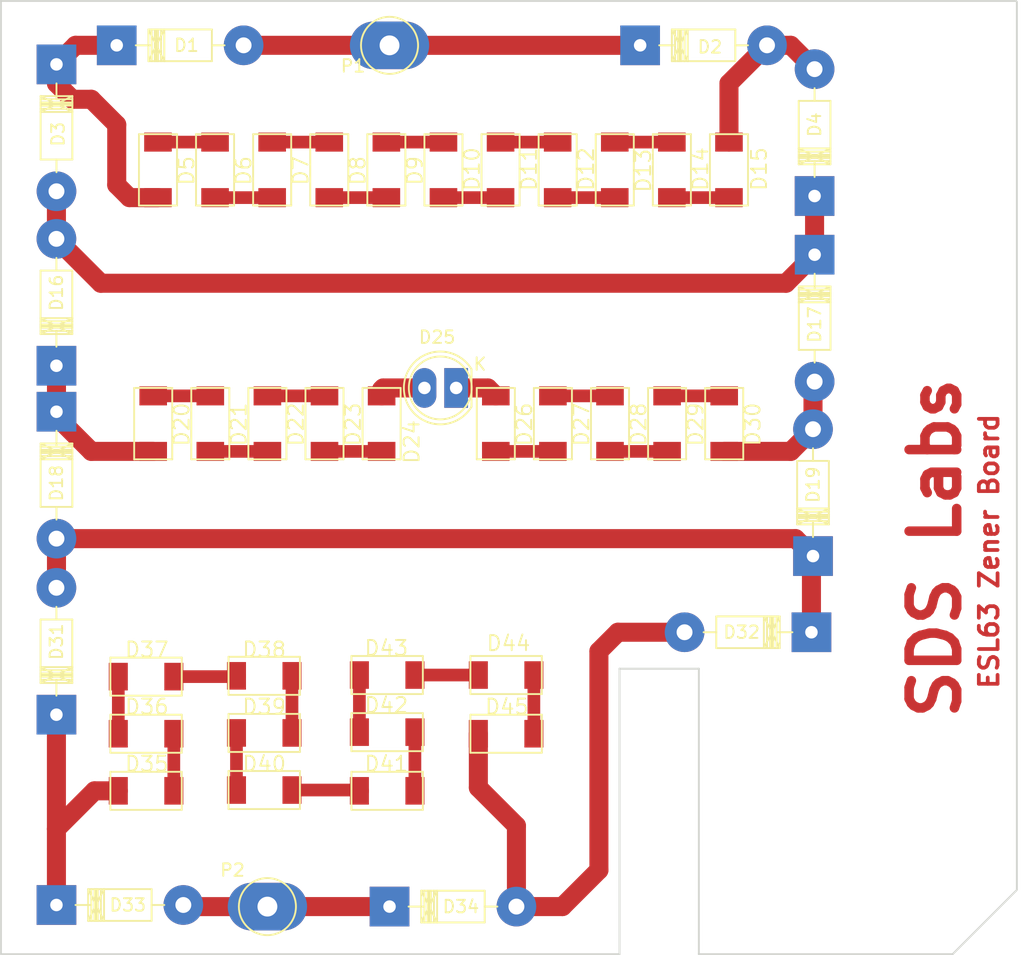
<source format=kicad_pcb>
(kicad_pcb (version 4) (host pcbnew 4.0.2-stable)

  (general
    (links 52)
    (no_connects 0)
    (area 94.63046 68.97646 181.844143 146.506001)
    (thickness 1.6)
    (drawings 13)
    (tracks 93)
    (zones 0)
    (modules 49)
    (nets 41)
  )

  (page USLetter)
  (title_block
    (title "Quad ESL-63 Zener Clamp Board")
    (date 12/3/2016)
    (company "SDS Labs")
  )

  (layers
    (0 F.Cu signal)
    (31 B.Cu signal)
    (32 B.Adhes user)
    (33 F.Adhes user)
    (34 B.Paste user)
    (35 F.Paste user)
    (36 B.SilkS user)
    (37 F.SilkS user)
    (38 B.Mask user)
    (39 F.Mask user)
    (40 Dwgs.User user)
    (41 Cmts.User user)
    (42 Eco1.User user)
    (43 Eco2.User user)
    (44 Edge.Cuts user)
    (45 Margin user)
    (46 B.CrtYd user)
    (47 F.CrtYd user)
    (48 B.Fab user)
    (49 F.Fab user)
  )

  (setup
    (last_trace_width 0.25)
    (user_trace_width 0.508)
    (user_trace_width 1.016)
    (user_trace_width 1.524)
    (user_trace_width 2.032)
    (user_trace_width 2.54)
    (trace_clearance 0.2)
    (zone_clearance 0.508)
    (zone_45_only no)
    (trace_min 0.2)
    (segment_width 0.2)
    (edge_width 0.15)
    (via_size 0.6)
    (via_drill 0.4)
    (via_min_size 0.4)
    (via_min_drill 0.3)
    (uvia_size 0.3)
    (uvia_drill 0.1)
    (uvias_allowed no)
    (uvia_min_size 0.2)
    (uvia_min_drill 0.1)
    (pcb_text_width 0.3)
    (pcb_text_size 1.5 1.5)
    (mod_edge_width 0.15)
    (mod_text_size 1 1)
    (mod_text_width 0.15)
    (pad_size 6.35 3.81)
    (pad_drill 1.5875)
    (pad_to_mask_clearance 0.2)
    (aux_axis_origin 0 0)
    (visible_elements FFFFFF7F)
    (pcbplotparams
      (layerselection 0x00030_80000001)
      (usegerberextensions false)
      (excludeedgelayer true)
      (linewidth 0.100000)
      (plotframeref false)
      (viasonmask false)
      (mode 1)
      (useauxorigin false)
      (hpglpennumber 1)
      (hpglpenspeed 20)
      (hpglpendiameter 15)
      (hpglpenoverlay 2)
      (psnegative false)
      (psa4output false)
      (plotreference true)
      (plotvalue true)
      (plotinvisibletext false)
      (padsonsilk false)
      (subtractmaskfromsilk false)
      (outputformat 1)
      (mirror false)
      (drillshape 1)
      (scaleselection 1)
      (outputdirectory ""))
  )

  (net 0 "")
  (net 1 "Net-(D1-Pad2)")
  (net 2 "Net-(D1-Pad1)")
  (net 3 "Net-(D15-Pad2)")
  (net 4 "Net-(D16-Pad2)")
  (net 5 "Net-(D5-Pad2)")
  (net 6 "Net-(D6-Pad2)")
  (net 7 "Net-(D7-Pad2)")
  (net 8 "Net-(D8-Pad2)")
  (net 9 "Net-(D10-Pad1)")
  (net 10 "Net-(D10-Pad2)")
  (net 11 "Net-(D11-Pad2)")
  (net 12 "Net-(D12-Pad2)")
  (net 13 "Net-(D13-Pad2)")
  (net 14 "Net-(D14-Pad2)")
  (net 15 "Net-(D16-Pad1)")
  (net 16 "Net-(D17-Pad2)")
  (net 17 "Net-(D18-Pad2)")
  (net 18 "Net-(D20-Pad2)")
  (net 19 "Net-(D21-Pad2)")
  (net 20 "Net-(D22-Pad2)")
  (net 21 "Net-(D23-Pad2)")
  (net 22 "Net-(D24-Pad2)")
  (net 23 "Net-(D25-Pad1)")
  (net 24 "Net-(D26-Pad2)")
  (net 25 "Net-(D27-Pad2)")
  (net 26 "Net-(D28-Pad2)")
  (net 27 "Net-(D29-Pad2)")
  (net 28 "Net-(D31-Pad1)")
  (net 29 "Net-(D32-Pad2)")
  (net 30 "Net-(D33-Pad2)")
  (net 31 "Net-(D35-Pad2)")
  (net 32 "Net-(D36-Pad2)")
  (net 33 "Net-(D37-Pad2)")
  (net 34 "Net-(D38-Pad2)")
  (net 35 "Net-(D39-Pad2)")
  (net 36 "Net-(D40-Pad2)")
  (net 37 "Net-(D41-Pad2)")
  (net 38 "Net-(D42-Pad2)")
  (net 39 "Net-(D43-Pad2)")
  (net 40 "Net-(D44-Pad2)")

  (net_class Default "This is the default net class."
    (clearance 0.2)
    (trace_width 0.25)
    (via_dia 0.6)
    (via_drill 0.4)
    (uvia_dia 0.3)
    (uvia_drill 0.1)
    (add_net "Net-(D1-Pad1)")
    (add_net "Net-(D1-Pad2)")
    (add_net "Net-(D10-Pad1)")
    (add_net "Net-(D10-Pad2)")
    (add_net "Net-(D11-Pad2)")
    (add_net "Net-(D12-Pad2)")
    (add_net "Net-(D13-Pad2)")
    (add_net "Net-(D14-Pad2)")
    (add_net "Net-(D15-Pad2)")
    (add_net "Net-(D16-Pad1)")
    (add_net "Net-(D16-Pad2)")
    (add_net "Net-(D17-Pad2)")
    (add_net "Net-(D18-Pad2)")
    (add_net "Net-(D20-Pad2)")
    (add_net "Net-(D21-Pad2)")
    (add_net "Net-(D22-Pad2)")
    (add_net "Net-(D23-Pad2)")
    (add_net "Net-(D24-Pad2)")
    (add_net "Net-(D25-Pad1)")
    (add_net "Net-(D26-Pad2)")
    (add_net "Net-(D27-Pad2)")
    (add_net "Net-(D28-Pad2)")
    (add_net "Net-(D29-Pad2)")
    (add_net "Net-(D31-Pad1)")
    (add_net "Net-(D32-Pad2)")
    (add_net "Net-(D33-Pad2)")
    (add_net "Net-(D35-Pad2)")
    (add_net "Net-(D36-Pad2)")
    (add_net "Net-(D37-Pad2)")
    (add_net "Net-(D38-Pad2)")
    (add_net "Net-(D39-Pad2)")
    (add_net "Net-(D40-Pad2)")
    (add_net "Net-(D41-Pad2)")
    (add_net "Net-(D42-Pad2)")
    (add_net "Net-(D43-Pad2)")
    (add_net "Net-(D44-Pad2)")
    (add_net "Net-(D5-Pad2)")
    (add_net "Net-(D6-Pad2)")
    (add_net "Net-(D7-Pad2)")
    (add_net "Net-(D8-Pad2)")
  )

  (module kicad-SDS-footprints:Diode_DO-41_SDS (layer F.Cu) (tedit 582FB9E8) (tstamp 582E649C)
    (at 104.14 73.66)
    (descr "Diode, DO-41, SOD81, Horizontal, RM 10mm,")
    (tags "Diode, DO-41, SOD81, Horizontal, RM 10mm, 1N4007, SB140,")
    (path /582E9B23)
    (fp_text reference D1 (at 5.588 0) (layer F.SilkS)
      (effects (font (size 1 1) (thickness 0.15)))
    )
    (fp_text value D (at 4.37134 -3.55854) (layer F.Fab) hide
      (effects (font (size 1 1) (thickness 0.15)))
    )
    (fp_line (start 7.62 -0.00254) (end 8.636 -0.00254) (layer F.SilkS) (width 0.15))
    (fp_line (start 2.794 -0.00254) (end 1.524 -0.00254) (layer F.SilkS) (width 0.15))
    (fp_line (start 3.048 -1.27254) (end 3.048 1.26746) (layer F.SilkS) (width 0.15))
    (fp_line (start 3.302 -1.27254) (end 3.302 1.26746) (layer F.SilkS) (width 0.15))
    (fp_line (start 3.556 -1.27254) (end 3.556 1.26746) (layer F.SilkS) (width 0.15))
    (fp_line (start 2.794 -1.27254) (end 2.794 1.26746) (layer F.SilkS) (width 0.15))
    (fp_line (start 3.81 -1.27254) (end 2.54 1.26746) (layer F.SilkS) (width 0.15))
    (fp_line (start 2.54 -1.27254) (end 3.81 1.26746) (layer F.SilkS) (width 0.15))
    (fp_line (start 3.81 -1.27254) (end 3.81 1.26746) (layer F.SilkS) (width 0.15))
    (fp_line (start 3.175 -1.27254) (end 3.175 1.26746) (layer F.SilkS) (width 0.15))
    (fp_line (start 2.54 1.26746) (end 2.54 -1.27254) (layer F.SilkS) (width 0.15))
    (fp_line (start 2.54 -1.27254) (end 7.62 -1.27254) (layer F.SilkS) (width 0.15))
    (fp_line (start 7.62 -1.27254) (end 7.62 1.26746) (layer F.SilkS) (width 0.15))
    (fp_line (start 7.62 1.26746) (end 2.54 1.26746) (layer F.SilkS) (width 0.15))
    (pad 2 thru_hole circle (at 10.16 -0.00254 180) (size 3.175 3.175) (drill 1.27) (layers *.Cu *.Mask)
      (net 1 "Net-(D1-Pad2)"))
    (pad 1 thru_hole rect (at 0 -0.00254 180) (size 3.175 3.175) (drill 1.00076) (layers *.Cu *.Mask)
      (net 2 "Net-(D1-Pad1)"))
  )

  (module kicad-SDS-footprints:Diode_DO-41_SDS (layer F.Cu) (tedit 582FB944) (tstamp 582E64B0)
    (at 146.05 73.66)
    (descr "Diode, DO-41, SOD81, Horizontal, RM 10mm,")
    (tags "Diode, DO-41, SOD81, Horizontal, RM 10mm, 1N4007, SB140,")
    (path /582E9B8A)
    (fp_text reference D2 (at 5.588 0.127) (layer F.SilkS)
      (effects (font (size 1 1) (thickness 0.15)))
    )
    (fp_text value D (at 4.37134 -3.55854) (layer F.Fab) hide
      (effects (font (size 1 1) (thickness 0.15)))
    )
    (fp_line (start 7.62 -0.00254) (end 8.636 -0.00254) (layer F.SilkS) (width 0.15))
    (fp_line (start 2.794 -0.00254) (end 1.524 -0.00254) (layer F.SilkS) (width 0.15))
    (fp_line (start 3.048 -1.27254) (end 3.048 1.26746) (layer F.SilkS) (width 0.15))
    (fp_line (start 3.302 -1.27254) (end 3.302 1.26746) (layer F.SilkS) (width 0.15))
    (fp_line (start 3.556 -1.27254) (end 3.556 1.26746) (layer F.SilkS) (width 0.15))
    (fp_line (start 2.794 -1.27254) (end 2.794 1.26746) (layer F.SilkS) (width 0.15))
    (fp_line (start 3.81 -1.27254) (end 2.54 1.26746) (layer F.SilkS) (width 0.15))
    (fp_line (start 2.54 -1.27254) (end 3.81 1.26746) (layer F.SilkS) (width 0.15))
    (fp_line (start 3.81 -1.27254) (end 3.81 1.26746) (layer F.SilkS) (width 0.15))
    (fp_line (start 3.175 -1.27254) (end 3.175 1.26746) (layer F.SilkS) (width 0.15))
    (fp_line (start 2.54 1.26746) (end 2.54 -1.27254) (layer F.SilkS) (width 0.15))
    (fp_line (start 2.54 -1.27254) (end 7.62 -1.27254) (layer F.SilkS) (width 0.15))
    (fp_line (start 7.62 -1.27254) (end 7.62 1.26746) (layer F.SilkS) (width 0.15))
    (fp_line (start 7.62 1.26746) (end 2.54 1.26746) (layer F.SilkS) (width 0.15))
    (pad 2 thru_hole circle (at 10.16 -0.00254 180) (size 3.175 3.175) (drill 1.27) (layers *.Cu *.Mask)
      (net 3 "Net-(D15-Pad2)"))
    (pad 1 thru_hole rect (at 0 -0.00254 180) (size 3.175 3.175) (drill 1.00076) (layers *.Cu *.Mask)
      (net 1 "Net-(D1-Pad2)"))
  )

  (module kicad-SDS-footprints:Diode_DO-41_SDS (layer F.Cu) (tedit 582FB9EE) (tstamp 582E64C4)
    (at 99.314 75.184 270)
    (descr "Diode, DO-41, SOD81, Horizontal, RM 10mm,")
    (tags "Diode, DO-41, SOD81, Horizontal, RM 10mm, 1N4007, SB140,")
    (path /582E9C02)
    (fp_text reference D3 (at 5.588 -0.127 270) (layer F.SilkS)
      (effects (font (size 1 1) (thickness 0.15)))
    )
    (fp_text value D (at 4.37134 -3.55854 270) (layer F.Fab) hide
      (effects (font (size 1 1) (thickness 0.15)))
    )
    (fp_line (start 7.62 -0.00254) (end 8.636 -0.00254) (layer F.SilkS) (width 0.15))
    (fp_line (start 2.794 -0.00254) (end 1.524 -0.00254) (layer F.SilkS) (width 0.15))
    (fp_line (start 3.048 -1.27254) (end 3.048 1.26746) (layer F.SilkS) (width 0.15))
    (fp_line (start 3.302 -1.27254) (end 3.302 1.26746) (layer F.SilkS) (width 0.15))
    (fp_line (start 3.556 -1.27254) (end 3.556 1.26746) (layer F.SilkS) (width 0.15))
    (fp_line (start 2.794 -1.27254) (end 2.794 1.26746) (layer F.SilkS) (width 0.15))
    (fp_line (start 3.81 -1.27254) (end 2.54 1.26746) (layer F.SilkS) (width 0.15))
    (fp_line (start 2.54 -1.27254) (end 3.81 1.26746) (layer F.SilkS) (width 0.15))
    (fp_line (start 3.81 -1.27254) (end 3.81 1.26746) (layer F.SilkS) (width 0.15))
    (fp_line (start 3.175 -1.27254) (end 3.175 1.26746) (layer F.SilkS) (width 0.15))
    (fp_line (start 2.54 1.26746) (end 2.54 -1.27254) (layer F.SilkS) (width 0.15))
    (fp_line (start 2.54 -1.27254) (end 7.62 -1.27254) (layer F.SilkS) (width 0.15))
    (fp_line (start 7.62 -1.27254) (end 7.62 1.26746) (layer F.SilkS) (width 0.15))
    (fp_line (start 7.62 1.26746) (end 2.54 1.26746) (layer F.SilkS) (width 0.15))
    (pad 2 thru_hole circle (at 10.16 -0.00254 90) (size 3.175 3.175) (drill 1.27) (layers *.Cu *.Mask)
      (net 4 "Net-(D16-Pad2)"))
    (pad 1 thru_hole rect (at 0 -0.00254 90) (size 3.175 3.175) (drill 1.00076) (layers *.Cu *.Mask)
      (net 2 "Net-(D1-Pad1)"))
  )

  (module kicad-SDS-footprints:Diode_DO-41_SDS (layer F.Cu) (tedit 582FB950) (tstamp 582E64D8)
    (at 160.02 85.725 90)
    (descr "Diode, DO-41, SOD81, Horizontal, RM 10mm,")
    (tags "Diode, DO-41, SOD81, Horizontal, RM 10mm, 1N4007, SB140,")
    (path /582E9C55)
    (fp_text reference D4 (at 5.715 0 90) (layer F.SilkS)
      (effects (font (size 1 1) (thickness 0.15)))
    )
    (fp_text value D (at 4.37134 -3.55854 90) (layer F.Fab) hide
      (effects (font (size 1 1) (thickness 0.15)))
    )
    (fp_line (start 7.62 -0.00254) (end 8.636 -0.00254) (layer F.SilkS) (width 0.15))
    (fp_line (start 2.794 -0.00254) (end 1.524 -0.00254) (layer F.SilkS) (width 0.15))
    (fp_line (start 3.048 -1.27254) (end 3.048 1.26746) (layer F.SilkS) (width 0.15))
    (fp_line (start 3.302 -1.27254) (end 3.302 1.26746) (layer F.SilkS) (width 0.15))
    (fp_line (start 3.556 -1.27254) (end 3.556 1.26746) (layer F.SilkS) (width 0.15))
    (fp_line (start 2.794 -1.27254) (end 2.794 1.26746) (layer F.SilkS) (width 0.15))
    (fp_line (start 3.81 -1.27254) (end 2.54 1.26746) (layer F.SilkS) (width 0.15))
    (fp_line (start 2.54 -1.27254) (end 3.81 1.26746) (layer F.SilkS) (width 0.15))
    (fp_line (start 3.81 -1.27254) (end 3.81 1.26746) (layer F.SilkS) (width 0.15))
    (fp_line (start 3.175 -1.27254) (end 3.175 1.26746) (layer F.SilkS) (width 0.15))
    (fp_line (start 2.54 1.26746) (end 2.54 -1.27254) (layer F.SilkS) (width 0.15))
    (fp_line (start 2.54 -1.27254) (end 7.62 -1.27254) (layer F.SilkS) (width 0.15))
    (fp_line (start 7.62 -1.27254) (end 7.62 1.26746) (layer F.SilkS) (width 0.15))
    (fp_line (start 7.62 1.26746) (end 2.54 1.26746) (layer F.SilkS) (width 0.15))
    (pad 2 thru_hole circle (at 10.16 -0.00254 270) (size 3.175 3.175) (drill 1.27) (layers *.Cu *.Mask)
      (net 3 "Net-(D15-Pad2)"))
    (pad 1 thru_hole rect (at 0 -0.00254 270) (size 3.175 3.175) (drill 1.00076) (layers *.Cu *.Mask)
      (net 4 "Net-(D16-Pad2)"))
  )

  (module kicad-SDS-footprints:Diode_DO-41_SDS (layer F.Cu) (tedit 582FB9F8) (tstamp 582E65C8)
    (at 99.314 99.314 90)
    (descr "Diode, DO-41, SOD81, Horizontal, RM 10mm,")
    (tags "Diode, DO-41, SOD81, Horizontal, RM 10mm, 1N4007, SB140,")
    (path /582EC82E)
    (fp_text reference D16 (at 5.842 0 90) (layer F.SilkS)
      (effects (font (size 1 1) (thickness 0.15)))
    )
    (fp_text value D (at 4.37134 -3.55854 90) (layer F.Fab) hide
      (effects (font (size 1 1) (thickness 0.15)))
    )
    (fp_line (start 7.62 -0.00254) (end 8.636 -0.00254) (layer F.SilkS) (width 0.15))
    (fp_line (start 2.794 -0.00254) (end 1.524 -0.00254) (layer F.SilkS) (width 0.15))
    (fp_line (start 3.048 -1.27254) (end 3.048 1.26746) (layer F.SilkS) (width 0.15))
    (fp_line (start 3.302 -1.27254) (end 3.302 1.26746) (layer F.SilkS) (width 0.15))
    (fp_line (start 3.556 -1.27254) (end 3.556 1.26746) (layer F.SilkS) (width 0.15))
    (fp_line (start 2.794 -1.27254) (end 2.794 1.26746) (layer F.SilkS) (width 0.15))
    (fp_line (start 3.81 -1.27254) (end 2.54 1.26746) (layer F.SilkS) (width 0.15))
    (fp_line (start 2.54 -1.27254) (end 3.81 1.26746) (layer F.SilkS) (width 0.15))
    (fp_line (start 3.81 -1.27254) (end 3.81 1.26746) (layer F.SilkS) (width 0.15))
    (fp_line (start 3.175 -1.27254) (end 3.175 1.26746) (layer F.SilkS) (width 0.15))
    (fp_line (start 2.54 1.26746) (end 2.54 -1.27254) (layer F.SilkS) (width 0.15))
    (fp_line (start 2.54 -1.27254) (end 7.62 -1.27254) (layer F.SilkS) (width 0.15))
    (fp_line (start 7.62 -1.27254) (end 7.62 1.26746) (layer F.SilkS) (width 0.15))
    (fp_line (start 7.62 1.26746) (end 2.54 1.26746) (layer F.SilkS) (width 0.15))
    (pad 2 thru_hole circle (at 10.16 -0.00254 270) (size 3.175 3.175) (drill 1.27) (layers *.Cu *.Mask)
      (net 4 "Net-(D16-Pad2)"))
    (pad 1 thru_hole rect (at 0 -0.00254 270) (size 3.175 3.175) (drill 1.00076) (layers *.Cu *.Mask)
      (net 15 "Net-(D16-Pad1)"))
  )

  (module kicad-SDS-footprints:Diode_DO-41_SDS (layer F.Cu) (tedit 582FBA51) (tstamp 582E65DC)
    (at 160.02 90.424 270)
    (descr "Diode, DO-41, SOD81, Horizontal, RM 10mm,")
    (tags "Diode, DO-41, SOD81, Horizontal, RM 10mm, 1N4007, SB140,")
    (path /582EC834)
    (fp_text reference D17 (at 5.588 0 270) (layer F.SilkS)
      (effects (font (size 1 1) (thickness 0.15)))
    )
    (fp_text value D (at 4.37134 -3.55854 270) (layer F.Fab) hide
      (effects (font (size 1 1) (thickness 0.15)))
    )
    (fp_line (start 7.62 -0.00254) (end 8.636 -0.00254) (layer F.SilkS) (width 0.15))
    (fp_line (start 2.794 -0.00254) (end 1.524 -0.00254) (layer F.SilkS) (width 0.15))
    (fp_line (start 3.048 -1.27254) (end 3.048 1.26746) (layer F.SilkS) (width 0.15))
    (fp_line (start 3.302 -1.27254) (end 3.302 1.26746) (layer F.SilkS) (width 0.15))
    (fp_line (start 3.556 -1.27254) (end 3.556 1.26746) (layer F.SilkS) (width 0.15))
    (fp_line (start 2.794 -1.27254) (end 2.794 1.26746) (layer F.SilkS) (width 0.15))
    (fp_line (start 3.81 -1.27254) (end 2.54 1.26746) (layer F.SilkS) (width 0.15))
    (fp_line (start 2.54 -1.27254) (end 3.81 1.26746) (layer F.SilkS) (width 0.15))
    (fp_line (start 3.81 -1.27254) (end 3.81 1.26746) (layer F.SilkS) (width 0.15))
    (fp_line (start 3.175 -1.27254) (end 3.175 1.26746) (layer F.SilkS) (width 0.15))
    (fp_line (start 2.54 1.26746) (end 2.54 -1.27254) (layer F.SilkS) (width 0.15))
    (fp_line (start 2.54 -1.27254) (end 7.62 -1.27254) (layer F.SilkS) (width 0.15))
    (fp_line (start 7.62 -1.27254) (end 7.62 1.26746) (layer F.SilkS) (width 0.15))
    (fp_line (start 7.62 1.26746) (end 2.54 1.26746) (layer F.SilkS) (width 0.15))
    (pad 2 thru_hole circle (at 10.16 -0.00254 90) (size 3.175 3.175) (drill 1.27) (layers *.Cu *.Mask)
      (net 16 "Net-(D17-Pad2)"))
    (pad 1 thru_hole rect (at 0 -0.00254 90) (size 3.175 3.175) (drill 1.00076) (layers *.Cu *.Mask)
      (net 4 "Net-(D16-Pad2)"))
  )

  (module kicad-SDS-footprints:Diode_DO-41_SDS (layer F.Cu) (tedit 582FBA66) (tstamp 582E65F0)
    (at 99.314 102.997 270)
    (descr "Diode, DO-41, SOD81, Horizontal, RM 10mm,")
    (tags "Diode, DO-41, SOD81, Horizontal, RM 10mm, 1N4007, SB140,")
    (path /582EC83A)
    (fp_text reference D18 (at 5.715 0 270) (layer F.SilkS)
      (effects (font (size 1 1) (thickness 0.15)))
    )
    (fp_text value D (at 4.37134 -3.55854 270) (layer F.Fab) hide
      (effects (font (size 1 1) (thickness 0.15)))
    )
    (fp_line (start 7.62 -0.00254) (end 8.636 -0.00254) (layer F.SilkS) (width 0.15))
    (fp_line (start 2.794 -0.00254) (end 1.524 -0.00254) (layer F.SilkS) (width 0.15))
    (fp_line (start 3.048 -1.27254) (end 3.048 1.26746) (layer F.SilkS) (width 0.15))
    (fp_line (start 3.302 -1.27254) (end 3.302 1.26746) (layer F.SilkS) (width 0.15))
    (fp_line (start 3.556 -1.27254) (end 3.556 1.26746) (layer F.SilkS) (width 0.15))
    (fp_line (start 2.794 -1.27254) (end 2.794 1.26746) (layer F.SilkS) (width 0.15))
    (fp_line (start 3.81 -1.27254) (end 2.54 1.26746) (layer F.SilkS) (width 0.15))
    (fp_line (start 2.54 -1.27254) (end 3.81 1.26746) (layer F.SilkS) (width 0.15))
    (fp_line (start 3.81 -1.27254) (end 3.81 1.26746) (layer F.SilkS) (width 0.15))
    (fp_line (start 3.175 -1.27254) (end 3.175 1.26746) (layer F.SilkS) (width 0.15))
    (fp_line (start 2.54 1.26746) (end 2.54 -1.27254) (layer F.SilkS) (width 0.15))
    (fp_line (start 2.54 -1.27254) (end 7.62 -1.27254) (layer F.SilkS) (width 0.15))
    (fp_line (start 7.62 -1.27254) (end 7.62 1.26746) (layer F.SilkS) (width 0.15))
    (fp_line (start 7.62 1.26746) (end 2.54 1.26746) (layer F.SilkS) (width 0.15))
    (pad 2 thru_hole circle (at 10.16 -0.00254 90) (size 3.175 3.175) (drill 1.27) (layers *.Cu *.Mask)
      (net 17 "Net-(D18-Pad2)"))
    (pad 1 thru_hole rect (at 0 -0.00254 90) (size 3.175 3.175) (drill 1.00076) (layers *.Cu *.Mask)
      (net 15 "Net-(D16-Pad1)"))
  )

  (module kicad-SDS-footprints:Diode_DO-41_SDS (layer F.Cu) (tedit 582FBA5A) (tstamp 582E6604)
    (at 159.893 114.554 90)
    (descr "Diode, DO-41, SOD81, Horizontal, RM 10mm,")
    (tags "Diode, DO-41, SOD81, Horizontal, RM 10mm, 1N4007, SB140,")
    (path /582EC840)
    (fp_text reference D19 (at 5.715 0 90) (layer F.SilkS)
      (effects (font (size 1 1) (thickness 0.15)))
    )
    (fp_text value D (at 4.37134 -3.55854 90) (layer F.Fab) hide
      (effects (font (size 1 1) (thickness 0.15)))
    )
    (fp_line (start 7.62 -0.00254) (end 8.636 -0.00254) (layer F.SilkS) (width 0.15))
    (fp_line (start 2.794 -0.00254) (end 1.524 -0.00254) (layer F.SilkS) (width 0.15))
    (fp_line (start 3.048 -1.27254) (end 3.048 1.26746) (layer F.SilkS) (width 0.15))
    (fp_line (start 3.302 -1.27254) (end 3.302 1.26746) (layer F.SilkS) (width 0.15))
    (fp_line (start 3.556 -1.27254) (end 3.556 1.26746) (layer F.SilkS) (width 0.15))
    (fp_line (start 2.794 -1.27254) (end 2.794 1.26746) (layer F.SilkS) (width 0.15))
    (fp_line (start 3.81 -1.27254) (end 2.54 1.26746) (layer F.SilkS) (width 0.15))
    (fp_line (start 2.54 -1.27254) (end 3.81 1.26746) (layer F.SilkS) (width 0.15))
    (fp_line (start 3.81 -1.27254) (end 3.81 1.26746) (layer F.SilkS) (width 0.15))
    (fp_line (start 3.175 -1.27254) (end 3.175 1.26746) (layer F.SilkS) (width 0.15))
    (fp_line (start 2.54 1.26746) (end 2.54 -1.27254) (layer F.SilkS) (width 0.15))
    (fp_line (start 2.54 -1.27254) (end 7.62 -1.27254) (layer F.SilkS) (width 0.15))
    (fp_line (start 7.62 -1.27254) (end 7.62 1.26746) (layer F.SilkS) (width 0.15))
    (fp_line (start 7.62 1.26746) (end 2.54 1.26746) (layer F.SilkS) (width 0.15))
    (pad 2 thru_hole circle (at 10.16 -0.00254 270) (size 3.175 3.175) (drill 1.27) (layers *.Cu *.Mask)
      (net 16 "Net-(D17-Pad2)"))
    (pad 1 thru_hole rect (at 0 -0.00254 270) (size 3.175 3.175) (drill 1.00076) (layers *.Cu *.Mask)
      (net 17 "Net-(D18-Pad2)"))
  )

  (module LEDs:LED-5MM (layer F.Cu) (tedit 582FC497) (tstamp 582E6674)
    (at 131.318 101.092 180)
    (descr "LED 5mm round vertical")
    (tags "LED 5mm round vertical")
    (path /582EDD90)
    (fp_text reference D25 (at 1.524 4.064 180) (layer F.SilkS)
      (effects (font (size 1 1) (thickness 0.15)))
    )
    (fp_text value LED (at 1.524 -3.937 180) (layer F.Fab) hide
      (effects (font (size 1 1) (thickness 0.15)))
    )
    (fp_line (start -1.5 -1.55) (end -1.5 1.55) (layer F.CrtYd) (width 0.05))
    (fp_arc (start 1.3 0) (end -1.5 1.55) (angle -302) (layer F.CrtYd) (width 0.05))
    (fp_arc (start 1.27 0) (end -1.23 -1.5) (angle 297.5) (layer F.SilkS) (width 0.15))
    (fp_line (start -1.23 1.5) (end -1.23 -1.5) (layer F.SilkS) (width 0.15))
    (fp_circle (center 1.27 0) (end 0.97 -2.5) (layer F.SilkS) (width 0.15))
    (fp_text user K (at -1.905 1.905 180) (layer F.SilkS)
      (effects (font (size 1 1) (thickness 0.15)))
    )
    (pad 1 thru_hole rect (at 0 0 270) (size 3.175 1.9) (drill 1.00076) (layers *.Cu *.Mask)
      (net 23 "Net-(D25-Pad1)"))
    (pad 2 thru_hole oval (at 2.54 0 180) (size 1.9 3.175) (drill 1.00076) (layers *.Cu *.Mask)
      (net 22 "Net-(D24-Pad2)"))
    (model LEDs.3dshapes/LED-5MM.wrl
      (at (xyz 0.05 0 0))
      (scale (xyz 1 1 1))
      (rotate (xyz 0 0 90))
    )
  )

  (module kicad-SDS-footprints:Diode_DO-41_SDS (layer F.Cu) (tedit 582FBA6E) (tstamp 582E66EC)
    (at 99.314 127.254 90)
    (descr "Diode, DO-41, SOD81, Horizontal, RM 10mm,")
    (tags "Diode, DO-41, SOD81, Horizontal, RM 10mm, 1N4007, SB140,")
    (path /582ECC63)
    (fp_text reference D31 (at 5.842 0 90) (layer F.SilkS)
      (effects (font (size 1 1) (thickness 0.15)))
    )
    (fp_text value D (at 4.37134 -3.55854 90) (layer F.Fab) hide
      (effects (font (size 1 1) (thickness 0.15)))
    )
    (fp_line (start 7.62 -0.00254) (end 8.636 -0.00254) (layer F.SilkS) (width 0.15))
    (fp_line (start 2.794 -0.00254) (end 1.524 -0.00254) (layer F.SilkS) (width 0.15))
    (fp_line (start 3.048 -1.27254) (end 3.048 1.26746) (layer F.SilkS) (width 0.15))
    (fp_line (start 3.302 -1.27254) (end 3.302 1.26746) (layer F.SilkS) (width 0.15))
    (fp_line (start 3.556 -1.27254) (end 3.556 1.26746) (layer F.SilkS) (width 0.15))
    (fp_line (start 2.794 -1.27254) (end 2.794 1.26746) (layer F.SilkS) (width 0.15))
    (fp_line (start 3.81 -1.27254) (end 2.54 1.26746) (layer F.SilkS) (width 0.15))
    (fp_line (start 2.54 -1.27254) (end 3.81 1.26746) (layer F.SilkS) (width 0.15))
    (fp_line (start 3.81 -1.27254) (end 3.81 1.26746) (layer F.SilkS) (width 0.15))
    (fp_line (start 3.175 -1.27254) (end 3.175 1.26746) (layer F.SilkS) (width 0.15))
    (fp_line (start 2.54 1.26746) (end 2.54 -1.27254) (layer F.SilkS) (width 0.15))
    (fp_line (start 2.54 -1.27254) (end 7.62 -1.27254) (layer F.SilkS) (width 0.15))
    (fp_line (start 7.62 -1.27254) (end 7.62 1.26746) (layer F.SilkS) (width 0.15))
    (fp_line (start 7.62 1.26746) (end 2.54 1.26746) (layer F.SilkS) (width 0.15))
    (pad 2 thru_hole circle (at 10.16 -0.00254 270) (size 3.175 3.175) (drill 1.27) (layers *.Cu *.Mask)
      (net 17 "Net-(D18-Pad2)"))
    (pad 1 thru_hole rect (at 0 -0.00254 270) (size 3.175 3.175) (drill 1.00076) (layers *.Cu *.Mask)
      (net 28 "Net-(D31-Pad1)"))
  )

  (module kicad-SDS-footprints:Diode_DO-41_SDS (layer F.Cu) (tedit 582FBB31) (tstamp 582E6700)
    (at 159.766 120.65 180)
    (descr "Diode, DO-41, SOD81, Horizontal, RM 10mm,")
    (tags "Diode, DO-41, SOD81, Horizontal, RM 10mm, 1N4007, SB140,")
    (path /582ECC69)
    (fp_text reference D32 (at 5.588 0 180) (layer F.SilkS)
      (effects (font (size 1 1) (thickness 0.15)))
    )
    (fp_text value D (at 4.37134 -3.55854 180) (layer F.Fab) hide
      (effects (font (size 1 1) (thickness 0.15)))
    )
    (fp_line (start 7.62 -0.00254) (end 8.636 -0.00254) (layer F.SilkS) (width 0.15))
    (fp_line (start 2.794 -0.00254) (end 1.524 -0.00254) (layer F.SilkS) (width 0.15))
    (fp_line (start 3.048 -1.27254) (end 3.048 1.26746) (layer F.SilkS) (width 0.15))
    (fp_line (start 3.302 -1.27254) (end 3.302 1.26746) (layer F.SilkS) (width 0.15))
    (fp_line (start 3.556 -1.27254) (end 3.556 1.26746) (layer F.SilkS) (width 0.15))
    (fp_line (start 2.794 -1.27254) (end 2.794 1.26746) (layer F.SilkS) (width 0.15))
    (fp_line (start 3.81 -1.27254) (end 2.54 1.26746) (layer F.SilkS) (width 0.15))
    (fp_line (start 2.54 -1.27254) (end 3.81 1.26746) (layer F.SilkS) (width 0.15))
    (fp_line (start 3.81 -1.27254) (end 3.81 1.26746) (layer F.SilkS) (width 0.15))
    (fp_line (start 3.175 -1.27254) (end 3.175 1.26746) (layer F.SilkS) (width 0.15))
    (fp_line (start 2.54 1.26746) (end 2.54 -1.27254) (layer F.SilkS) (width 0.15))
    (fp_line (start 2.54 -1.27254) (end 7.62 -1.27254) (layer F.SilkS) (width 0.15))
    (fp_line (start 7.62 -1.27254) (end 7.62 1.26746) (layer F.SilkS) (width 0.15))
    (fp_line (start 7.62 1.26746) (end 2.54 1.26746) (layer F.SilkS) (width 0.15))
    (pad 2 thru_hole circle (at 10.16 -0.00254) (size 3.175 3.175) (drill 1.27) (layers *.Cu *.Mask)
      (net 29 "Net-(D32-Pad2)"))
    (pad 1 thru_hole rect (at 0 -0.00254) (size 3.175 3.175) (drill 1.00076) (layers *.Cu *.Mask)
      (net 17 "Net-(D18-Pad2)"))
  )

  (module kicad-SDS-footprints:Diode_DO-41_SDS (layer F.Cu) (tedit 582FBB3E) (tstamp 582E6714)
    (at 99.314 142.494)
    (descr "Diode, DO-41, SOD81, Horizontal, RM 10mm,")
    (tags "Diode, DO-41, SOD81, Horizontal, RM 10mm, 1N4007, SB140,")
    (path /582ECC6F)
    (fp_text reference D33 (at 5.715 0) (layer F.SilkS)
      (effects (font (size 1 1) (thickness 0.15)))
    )
    (fp_text value D (at 4.37134 -3.55854) (layer F.Fab) hide
      (effects (font (size 1 1) (thickness 0.15)))
    )
    (fp_line (start 7.62 -0.00254) (end 8.636 -0.00254) (layer F.SilkS) (width 0.15))
    (fp_line (start 2.794 -0.00254) (end 1.524 -0.00254) (layer F.SilkS) (width 0.15))
    (fp_line (start 3.048 -1.27254) (end 3.048 1.26746) (layer F.SilkS) (width 0.15))
    (fp_line (start 3.302 -1.27254) (end 3.302 1.26746) (layer F.SilkS) (width 0.15))
    (fp_line (start 3.556 -1.27254) (end 3.556 1.26746) (layer F.SilkS) (width 0.15))
    (fp_line (start 2.794 -1.27254) (end 2.794 1.26746) (layer F.SilkS) (width 0.15))
    (fp_line (start 3.81 -1.27254) (end 2.54 1.26746) (layer F.SilkS) (width 0.15))
    (fp_line (start 2.54 -1.27254) (end 3.81 1.26746) (layer F.SilkS) (width 0.15))
    (fp_line (start 3.81 -1.27254) (end 3.81 1.26746) (layer F.SilkS) (width 0.15))
    (fp_line (start 3.175 -1.27254) (end 3.175 1.26746) (layer F.SilkS) (width 0.15))
    (fp_line (start 2.54 1.26746) (end 2.54 -1.27254) (layer F.SilkS) (width 0.15))
    (fp_line (start 2.54 -1.27254) (end 7.62 -1.27254) (layer F.SilkS) (width 0.15))
    (fp_line (start 7.62 -1.27254) (end 7.62 1.26746) (layer F.SilkS) (width 0.15))
    (fp_line (start 7.62 1.26746) (end 2.54 1.26746) (layer F.SilkS) (width 0.15))
    (pad 2 thru_hole circle (at 10.16 -0.00254 180) (size 3.175 3.175) (drill 1.27) (layers *.Cu *.Mask)
      (net 30 "Net-(D33-Pad2)"))
    (pad 1 thru_hole rect (at 0 -0.00254 180) (size 3.175 3.175) (drill 1.00076) (layers *.Cu *.Mask)
      (net 28 "Net-(D31-Pad1)"))
  )

  (module kicad-SDS-footprints:Diode_DO-41_SDS (layer F.Cu) (tedit 582FBB49) (tstamp 582E6728)
    (at 125.984 142.621)
    (descr "Diode, DO-41, SOD81, Horizontal, RM 10mm,")
    (tags "Diode, DO-41, SOD81, Horizontal, RM 10mm, 1N4007, SB140,")
    (path /582ECC75)
    (fp_text reference D34 (at 5.715 0) (layer F.SilkS)
      (effects (font (size 1 1) (thickness 0.15)))
    )
    (fp_text value D (at 4.37134 -3.55854) (layer F.Fab) hide
      (effects (font (size 1 1) (thickness 0.15)))
    )
    (fp_line (start 7.62 -0.00254) (end 8.636 -0.00254) (layer F.SilkS) (width 0.15))
    (fp_line (start 2.794 -0.00254) (end 1.524 -0.00254) (layer F.SilkS) (width 0.15))
    (fp_line (start 3.048 -1.27254) (end 3.048 1.26746) (layer F.SilkS) (width 0.15))
    (fp_line (start 3.302 -1.27254) (end 3.302 1.26746) (layer F.SilkS) (width 0.15))
    (fp_line (start 3.556 -1.27254) (end 3.556 1.26746) (layer F.SilkS) (width 0.15))
    (fp_line (start 2.794 -1.27254) (end 2.794 1.26746) (layer F.SilkS) (width 0.15))
    (fp_line (start 3.81 -1.27254) (end 2.54 1.26746) (layer F.SilkS) (width 0.15))
    (fp_line (start 2.54 -1.27254) (end 3.81 1.26746) (layer F.SilkS) (width 0.15))
    (fp_line (start 3.81 -1.27254) (end 3.81 1.26746) (layer F.SilkS) (width 0.15))
    (fp_line (start 3.175 -1.27254) (end 3.175 1.26746) (layer F.SilkS) (width 0.15))
    (fp_line (start 2.54 1.26746) (end 2.54 -1.27254) (layer F.SilkS) (width 0.15))
    (fp_line (start 2.54 -1.27254) (end 7.62 -1.27254) (layer F.SilkS) (width 0.15))
    (fp_line (start 7.62 -1.27254) (end 7.62 1.26746) (layer F.SilkS) (width 0.15))
    (fp_line (start 7.62 1.26746) (end 2.54 1.26746) (layer F.SilkS) (width 0.15))
    (pad 2 thru_hole circle (at 10.16 -0.00254 180) (size 3.175 3.175) (drill 1.27) (layers *.Cu *.Mask)
      (net 29 "Net-(D32-Pad2)"))
    (pad 1 thru_hole rect (at 0 -0.00254 180) (size 3.175 3.175) (drill 1.00076) (layers *.Cu *.Mask)
      (net 30 "Net-(D33-Pad2)"))
  )

  (module Connect:1pin (layer F.Cu) (tedit 585B0B7E) (tstamp 582E680A)
    (at 125.984 73.66)
    (descr "module 1 pin (ou trou mecanique de percage)")
    (tags DEV)
    (path /582EA87B)
    (fp_text reference P1 (at -2.921 1.651) (layer F.SilkS)
      (effects (font (size 1 1) (thickness 0.15)))
    )
    (fp_text value CONN_01X01 (at 0 2.794) (layer F.Fab) hide
      (effects (font (size 1 1) (thickness 0.15)))
    )
    (fp_circle (center 0 0) (end 0 -2.286) (layer F.SilkS) (width 0.15))
    (pad 1 thru_hole oval (at 0 0) (size 6.35 3.81) (drill 1.5875) (layers *.Cu *.Mask)
      (net 1 "Net-(D1-Pad2)"))
  )

  (module Connect:1pin (layer F.Cu) (tedit 585B0B86) (tstamp 582E6810)
    (at 116.205 142.621)
    (descr "module 1 pin (ou trou mecanique de percage)")
    (tags DEV)
    (path /582ECFCA)
    (fp_text reference P2 (at -2.794 -2.921) (layer F.SilkS)
      (effects (font (size 1 1) (thickness 0.15)))
    )
    (fp_text value CONN_01X01 (at 0 2.794) (layer F.Fab) hide
      (effects (font (size 1 1) (thickness 0.15)))
    )
    (fp_circle (center 0 0) (end 0 -2.286) (layer F.SilkS) (width 0.15))
    (pad 1 thru_hole oval (at 0 0) (size 6.35 3.81) (drill 1.5875) (layers *.Cu *.Mask)
      (net 30 "Net-(D33-Pad2)"))
  )

  (module kicad-SDS-footprints:DO-214ac (layer F.Cu) (tedit 582FB9D8) (tstamp 582F8C56)
    (at 107.442 82.55)
    (path /582E9C83)
    (fp_text reference D5 (at 2.286 1.143 90) (layer F.SilkS)
      (effects (font (size 1.2 1.2) (thickness 0.15)))
    )
    (fp_text value ZENERsmall (at 2.54 1.016 90) (layer F.Fab) hide
      (effects (font (size 1.2 1.2) (thickness 0.15)))
    )
    (fp_line (start -1.524 3.937) (end 1.524 3.937) (layer F.SilkS) (width 0.15))
    (fp_line (start 1.524 3.937) (end 1.524 -1.778) (layer F.SilkS) (width 0.15))
    (fp_line (start 1.524 -1.778) (end -1.524 -1.778) (layer F.SilkS) (width 0.15))
    (fp_line (start -1.524 -1.778) (end -1.524 3.937) (layer F.SilkS) (width 0.15))
    (pad 2 smd rect (at 0 -1.143) (size 2.21 1.524) (layers F.Cu F.Paste F.Mask)
      (net 5 "Net-(D5-Pad2)"))
    (pad 1 smd rect (at 0 3.302) (size 2.21 1.524) (layers F.Cu F.Paste F.Mask)
      (net 2 "Net-(D1-Pad1)"))
  )

  (module kicad-SDS-footprints:DO-214ac (layer F.Cu) (tedit 582FB9D1) (tstamp 582F8C5B)
    (at 112.014 84.709 180)
    (path /582E9CF5)
    (fp_text reference D6 (at -2.286 1.016 270) (layer F.SilkS)
      (effects (font (size 1.2 1.2) (thickness 0.15)))
    )
    (fp_text value ZENERsmall (at 2.54 1.016 270) (layer F.Fab) hide
      (effects (font (size 1.2 1.2) (thickness 0.15)))
    )
    (fp_line (start -1.524 3.937) (end 1.524 3.937) (layer F.SilkS) (width 0.15))
    (fp_line (start 1.524 3.937) (end 1.524 -1.778) (layer F.SilkS) (width 0.15))
    (fp_line (start 1.524 -1.778) (end -1.524 -1.778) (layer F.SilkS) (width 0.15))
    (fp_line (start -1.524 -1.778) (end -1.524 3.937) (layer F.SilkS) (width 0.15))
    (pad 2 smd rect (at 0 -1.143 180) (size 2.21 1.524) (layers F.Cu F.Paste F.Mask)
      (net 6 "Net-(D6-Pad2)"))
    (pad 1 smd rect (at 0 3.302 180) (size 2.21 1.524) (layers F.Cu F.Paste F.Mask)
      (net 5 "Net-(D5-Pad2)"))
  )

  (module kicad-SDS-footprints:DO-214ac (layer F.Cu) (tedit 582FB9CE) (tstamp 582F8C60)
    (at 116.586 82.55)
    (path /582E9D24)
    (fp_text reference D7 (at 2.286 1.143 90) (layer F.SilkS)
      (effects (font (size 1.2 1.2) (thickness 0.15)))
    )
    (fp_text value ZENERsmall (at 2.54 1.016 90) (layer F.Fab) hide
      (effects (font (size 1.2 1.2) (thickness 0.15)))
    )
    (fp_line (start -1.524 3.937) (end 1.524 3.937) (layer F.SilkS) (width 0.15))
    (fp_line (start 1.524 3.937) (end 1.524 -1.778) (layer F.SilkS) (width 0.15))
    (fp_line (start 1.524 -1.778) (end -1.524 -1.778) (layer F.SilkS) (width 0.15))
    (fp_line (start -1.524 -1.778) (end -1.524 3.937) (layer F.SilkS) (width 0.15))
    (pad 2 smd rect (at 0 -1.143) (size 2.21 1.524) (layers F.Cu F.Paste F.Mask)
      (net 7 "Net-(D7-Pad2)"))
    (pad 1 smd rect (at 0 3.302) (size 2.21 1.524) (layers F.Cu F.Paste F.Mask)
      (net 6 "Net-(D6-Pad2)"))
  )

  (module kicad-SDS-footprints:DO-214ac (layer F.Cu) (tedit 582FB9C1) (tstamp 582F8C65)
    (at 121.158 84.709 180)
    (path /582E9DF5)
    (fp_text reference D8 (at -2.286 1.016 270) (layer F.SilkS)
      (effects (font (size 1.2 1.2) (thickness 0.15)))
    )
    (fp_text value ZENERsmall (at 2.54 1.016 270) (layer F.Fab) hide
      (effects (font (size 1.2 1.2) (thickness 0.15)))
    )
    (fp_line (start -1.524 3.937) (end 1.524 3.937) (layer F.SilkS) (width 0.15))
    (fp_line (start 1.524 3.937) (end 1.524 -1.778) (layer F.SilkS) (width 0.15))
    (fp_line (start 1.524 -1.778) (end -1.524 -1.778) (layer F.SilkS) (width 0.15))
    (fp_line (start -1.524 -1.778) (end -1.524 3.937) (layer F.SilkS) (width 0.15))
    (pad 2 smd rect (at 0 -1.143 180) (size 2.21 1.524) (layers F.Cu F.Paste F.Mask)
      (net 8 "Net-(D8-Pad2)"))
    (pad 1 smd rect (at 0 3.302 180) (size 2.21 1.524) (layers F.Cu F.Paste F.Mask)
      (net 7 "Net-(D7-Pad2)"))
  )

  (module kicad-SDS-footprints:DO-214ac (layer F.Cu) (tedit 582FB9BE) (tstamp 582F8C6A)
    (at 125.73 82.55)
    (path /582E9E33)
    (fp_text reference D9 (at 2.286 1.143 90) (layer F.SilkS)
      (effects (font (size 1.2 1.2) (thickness 0.15)))
    )
    (fp_text value ZENERsmall (at 2.54 1.016 90) (layer F.Fab) hide
      (effects (font (size 1.2 1.2) (thickness 0.15)))
    )
    (fp_line (start -1.524 3.937) (end 1.524 3.937) (layer F.SilkS) (width 0.15))
    (fp_line (start 1.524 3.937) (end 1.524 -1.778) (layer F.SilkS) (width 0.15))
    (fp_line (start 1.524 -1.778) (end -1.524 -1.778) (layer F.SilkS) (width 0.15))
    (fp_line (start -1.524 -1.778) (end -1.524 3.937) (layer F.SilkS) (width 0.15))
    (pad 2 smd rect (at 0 -1.143) (size 2.21 1.524) (layers F.Cu F.Paste F.Mask)
      (net 9 "Net-(D10-Pad1)"))
    (pad 1 smd rect (at 0 3.302) (size 2.21 1.524) (layers F.Cu F.Paste F.Mask)
      (net 8 "Net-(D8-Pad2)"))
  )

  (module kicad-SDS-footprints:DO-214ac (layer F.Cu) (tedit 582FB9B3) (tstamp 582F8C6F)
    (at 130.302 84.709 180)
    (path /582E9E80)
    (fp_text reference D10 (at -2.286 1.143 270) (layer F.SilkS)
      (effects (font (size 1.2 1.2) (thickness 0.15)))
    )
    (fp_text value ZENERsmall (at 2.54 1.016 270) (layer F.Fab) hide
      (effects (font (size 1.2 1.2) (thickness 0.15)))
    )
    (fp_line (start -1.524 3.937) (end 1.524 3.937) (layer F.SilkS) (width 0.15))
    (fp_line (start 1.524 3.937) (end 1.524 -1.778) (layer F.SilkS) (width 0.15))
    (fp_line (start 1.524 -1.778) (end -1.524 -1.778) (layer F.SilkS) (width 0.15))
    (fp_line (start -1.524 -1.778) (end -1.524 3.937) (layer F.SilkS) (width 0.15))
    (pad 2 smd rect (at 0 -1.143 180) (size 2.21 1.524) (layers F.Cu F.Paste F.Mask)
      (net 10 "Net-(D10-Pad2)"))
    (pad 1 smd rect (at 0 3.302 180) (size 2.21 1.524) (layers F.Cu F.Paste F.Mask)
      (net 9 "Net-(D10-Pad1)"))
  )

  (module kicad-SDS-footprints:DO-214ac (layer F.Cu) (tedit 582FB9AC) (tstamp 582F8C74)
    (at 134.874 82.55)
    (path /582E9EB5)
    (fp_text reference D11 (at 2.286 1.016 90) (layer F.SilkS)
      (effects (font (size 1.2 1.2) (thickness 0.15)))
    )
    (fp_text value ZENERsmall (at 2.54 1.016 90) (layer F.Fab) hide
      (effects (font (size 1.2 1.2) (thickness 0.15)))
    )
    (fp_line (start -1.524 3.937) (end 1.524 3.937) (layer F.SilkS) (width 0.15))
    (fp_line (start 1.524 3.937) (end 1.524 -1.778) (layer F.SilkS) (width 0.15))
    (fp_line (start 1.524 -1.778) (end -1.524 -1.778) (layer F.SilkS) (width 0.15))
    (fp_line (start -1.524 -1.778) (end -1.524 3.937) (layer F.SilkS) (width 0.15))
    (pad 2 smd rect (at 0 -1.143) (size 2.21 1.524) (layers F.Cu F.Paste F.Mask)
      (net 11 "Net-(D11-Pad2)"))
    (pad 1 smd rect (at 0 3.302) (size 2.21 1.524) (layers F.Cu F.Paste F.Mask)
      (net 10 "Net-(D10-Pad2)"))
  )

  (module kicad-SDS-footprints:DO-214ac (layer F.Cu) (tedit 582FB992) (tstamp 582F8C79)
    (at 139.446 84.709 180)
    (path /582E9EF1)
    (fp_text reference D12 (at -2.286 1.143 270) (layer F.SilkS)
      (effects (font (size 1.2 1.2) (thickness 0.15)))
    )
    (fp_text value ZENERsmall (at 2.54 1.016 270) (layer F.Fab) hide
      (effects (font (size 1.2 1.2) (thickness 0.15)))
    )
    (fp_line (start -1.524 3.937) (end 1.524 3.937) (layer F.SilkS) (width 0.15))
    (fp_line (start 1.524 3.937) (end 1.524 -1.778) (layer F.SilkS) (width 0.15))
    (fp_line (start 1.524 -1.778) (end -1.524 -1.778) (layer F.SilkS) (width 0.15))
    (fp_line (start -1.524 -1.778) (end -1.524 3.937) (layer F.SilkS) (width 0.15))
    (pad 2 smd rect (at 0 -1.143 180) (size 2.21 1.524) (layers F.Cu F.Paste F.Mask)
      (net 12 "Net-(D12-Pad2)"))
    (pad 1 smd rect (at 0 3.302 180) (size 2.21 1.524) (layers F.Cu F.Paste F.Mask)
      (net 11 "Net-(D11-Pad2)"))
  )

  (module kicad-SDS-footprints:DO-214ac (layer F.Cu) (tedit 582FB98C) (tstamp 582F8C7E)
    (at 144.018 82.55)
    (path /582E9F30)
    (fp_text reference D13 (at 2.286 1.143 90) (layer F.SilkS)
      (effects (font (size 1.2 1.2) (thickness 0.15)))
    )
    (fp_text value ZENERsmall (at 2.54 1.016 90) (layer F.Fab) hide
      (effects (font (size 1.2 1.2) (thickness 0.15)))
    )
    (fp_line (start -1.524 3.937) (end 1.524 3.937) (layer F.SilkS) (width 0.15))
    (fp_line (start 1.524 3.937) (end 1.524 -1.778) (layer F.SilkS) (width 0.15))
    (fp_line (start 1.524 -1.778) (end -1.524 -1.778) (layer F.SilkS) (width 0.15))
    (fp_line (start -1.524 -1.778) (end -1.524 3.937) (layer F.SilkS) (width 0.15))
    (pad 2 smd rect (at 0 -1.143) (size 2.21 1.524) (layers F.Cu F.Paste F.Mask)
      (net 13 "Net-(D13-Pad2)"))
    (pad 1 smd rect (at 0 3.302) (size 2.21 1.524) (layers F.Cu F.Paste F.Mask)
      (net 12 "Net-(D12-Pad2)"))
  )

  (module kicad-SDS-footprints:DO-214ac (layer F.Cu) (tedit 582FB982) (tstamp 582F8C83)
    (at 148.59 84.709 180)
    (path /582E9F89)
    (fp_text reference D14 (at -2.286 1.143 270) (layer F.SilkS)
      (effects (font (size 1.2 1.2) (thickness 0.15)))
    )
    (fp_text value ZENERsmall (at 2.54 1.016 270) (layer F.Fab) hide
      (effects (font (size 1.2 1.2) (thickness 0.15)))
    )
    (fp_line (start -1.524 3.937) (end 1.524 3.937) (layer F.SilkS) (width 0.15))
    (fp_line (start 1.524 3.937) (end 1.524 -1.778) (layer F.SilkS) (width 0.15))
    (fp_line (start 1.524 -1.778) (end -1.524 -1.778) (layer F.SilkS) (width 0.15))
    (fp_line (start -1.524 -1.778) (end -1.524 3.937) (layer F.SilkS) (width 0.15))
    (pad 2 smd rect (at 0 -1.143 180) (size 2.21 1.524) (layers F.Cu F.Paste F.Mask)
      (net 14 "Net-(D14-Pad2)"))
    (pad 1 smd rect (at 0 3.302 180) (size 2.21 1.524) (layers F.Cu F.Paste F.Mask)
      (net 13 "Net-(D13-Pad2)"))
  )

  (module kicad-SDS-footprints:DO-214ac (layer F.Cu) (tedit 582FB97C) (tstamp 582F8C88)
    (at 153.162 82.55)
    (path /582E9FC5)
    (fp_text reference D15 (at 2.413 1.016 90) (layer F.SilkS)
      (effects (font (size 1.2 1.2) (thickness 0.15)))
    )
    (fp_text value ZENERsmall (at 2.54 1.016 90) (layer F.Fab) hide
      (effects (font (size 1.2 1.2) (thickness 0.15)))
    )
    (fp_line (start -1.524 3.937) (end 1.524 3.937) (layer F.SilkS) (width 0.15))
    (fp_line (start 1.524 3.937) (end 1.524 -1.778) (layer F.SilkS) (width 0.15))
    (fp_line (start 1.524 -1.778) (end -1.524 -1.778) (layer F.SilkS) (width 0.15))
    (fp_line (start -1.524 -1.778) (end -1.524 3.937) (layer F.SilkS) (width 0.15))
    (pad 2 smd rect (at 0 -1.143) (size 2.21 1.524) (layers F.Cu F.Paste F.Mask)
      (net 3 "Net-(D15-Pad2)"))
    (pad 1 smd rect (at 0 3.302) (size 2.21 1.524) (layers F.Cu F.Paste F.Mask)
      (net 14 "Net-(D14-Pad2)"))
  )

  (module kicad-SDS-footprints:DO-214ac (layer F.Cu) (tedit 582FBA05) (tstamp 582F8C8D)
    (at 107.061 102.87)
    (path /582EC846)
    (fp_text reference D20 (at 2.286 1.143 90) (layer F.SilkS)
      (effects (font (size 1.2 1.2) (thickness 0.15)))
    )
    (fp_text value ZENERsmall (at 2.54 1.016 90) (layer F.Fab) hide
      (effects (font (size 1.2 1.2) (thickness 0.15)))
    )
    (fp_line (start -1.524 3.937) (end 1.524 3.937) (layer F.SilkS) (width 0.15))
    (fp_line (start 1.524 3.937) (end 1.524 -1.778) (layer F.SilkS) (width 0.15))
    (fp_line (start 1.524 -1.778) (end -1.524 -1.778) (layer F.SilkS) (width 0.15))
    (fp_line (start -1.524 -1.778) (end -1.524 3.937) (layer F.SilkS) (width 0.15))
    (pad 2 smd rect (at 0 -1.143) (size 2.21 1.524) (layers F.Cu F.Paste F.Mask)
      (net 18 "Net-(D20-Pad2)"))
    (pad 1 smd rect (at 0 3.302) (size 2.21 1.524) (layers F.Cu F.Paste F.Mask)
      (net 15 "Net-(D16-Pad1)"))
  )

  (module kicad-SDS-footprints:DO-214ac (layer F.Cu) (tedit 582FBA12) (tstamp 582F8C92)
    (at 111.633 105.029 180)
    (path /582EC84C)
    (fp_text reference D21 (at -2.286 1.016 270) (layer F.SilkS)
      (effects (font (size 1.2 1.2) (thickness 0.15)))
    )
    (fp_text value ZENERsmall (at 2.54 1.016 270) (layer F.Fab) hide
      (effects (font (size 1.2 1.2) (thickness 0.15)))
    )
    (fp_line (start -1.524 3.937) (end 1.524 3.937) (layer F.SilkS) (width 0.15))
    (fp_line (start 1.524 3.937) (end 1.524 -1.778) (layer F.SilkS) (width 0.15))
    (fp_line (start 1.524 -1.778) (end -1.524 -1.778) (layer F.SilkS) (width 0.15))
    (fp_line (start -1.524 -1.778) (end -1.524 3.937) (layer F.SilkS) (width 0.15))
    (pad 2 smd rect (at 0 -1.143 180) (size 2.21 1.524) (layers F.Cu F.Paste F.Mask)
      (net 19 "Net-(D21-Pad2)"))
    (pad 1 smd rect (at 0 3.302 180) (size 2.21 1.524) (layers F.Cu F.Paste F.Mask)
      (net 18 "Net-(D20-Pad2)"))
  )

  (module kicad-SDS-footprints:DO-214ac (layer F.Cu) (tedit 582FBA0F) (tstamp 582F8C97)
    (at 116.205 102.87)
    (path /582EC852)
    (fp_text reference D22 (at 2.286 1.143 90) (layer F.SilkS)
      (effects (font (size 1.2 1.2) (thickness 0.15)))
    )
    (fp_text value ZENERsmall (at 2.54 1.016 90) (layer F.Fab) hide
      (effects (font (size 1.2 1.2) (thickness 0.15)))
    )
    (fp_line (start -1.524 3.937) (end 1.524 3.937) (layer F.SilkS) (width 0.15))
    (fp_line (start 1.524 3.937) (end 1.524 -1.778) (layer F.SilkS) (width 0.15))
    (fp_line (start 1.524 -1.778) (end -1.524 -1.778) (layer F.SilkS) (width 0.15))
    (fp_line (start -1.524 -1.778) (end -1.524 3.937) (layer F.SilkS) (width 0.15))
    (pad 2 smd rect (at 0 -1.143) (size 2.21 1.524) (layers F.Cu F.Paste F.Mask)
      (net 20 "Net-(D22-Pad2)"))
    (pad 1 smd rect (at 0 3.302) (size 2.21 1.524) (layers F.Cu F.Paste F.Mask)
      (net 19 "Net-(D21-Pad2)"))
  )

  (module kicad-SDS-footprints:DO-214ac (layer F.Cu) (tedit 582FBA22) (tstamp 582F8C9C)
    (at 120.777 105.029 180)
    (path /582EC858)
    (fp_text reference D23 (at -2.286 1.016 270) (layer F.SilkS)
      (effects (font (size 1.2 1.2) (thickness 0.15)))
    )
    (fp_text value ZENERsmall (at 2.54 1.016 270) (layer F.Fab) hide
      (effects (font (size 1.2 1.2) (thickness 0.15)))
    )
    (fp_line (start -1.524 3.937) (end 1.524 3.937) (layer F.SilkS) (width 0.15))
    (fp_line (start 1.524 3.937) (end 1.524 -1.778) (layer F.SilkS) (width 0.15))
    (fp_line (start 1.524 -1.778) (end -1.524 -1.778) (layer F.SilkS) (width 0.15))
    (fp_line (start -1.524 -1.778) (end -1.524 3.937) (layer F.SilkS) (width 0.15))
    (pad 2 smd rect (at 0 -1.143 180) (size 2.21 1.524) (layers F.Cu F.Paste F.Mask)
      (net 21 "Net-(D23-Pad2)"))
    (pad 1 smd rect (at 0 3.302 180) (size 2.21 1.524) (layers F.Cu F.Paste F.Mask)
      (net 20 "Net-(D22-Pad2)"))
  )

  (module kicad-SDS-footprints:DO-214ac (layer F.Cu) (tedit 5837736D) (tstamp 582F8CA1)
    (at 125.349 102.87)
    (path /582EC85E)
    (fp_text reference D24 (at 2.413 2.54 90) (layer F.SilkS)
      (effects (font (size 1.2 1.2) (thickness 0.15)))
    )
    (fp_text value ZENERsmall (at 2.54 1.016 90) (layer F.Fab) hide
      (effects (font (size 1.2 1.2) (thickness 0.15)))
    )
    (fp_line (start -1.524 3.937) (end 1.524 3.937) (layer F.SilkS) (width 0.15))
    (fp_line (start 1.524 3.937) (end 1.524 -1.778) (layer F.SilkS) (width 0.15))
    (fp_line (start 1.524 -1.778) (end -1.524 -1.778) (layer F.SilkS) (width 0.15))
    (fp_line (start -1.524 -1.778) (end -1.524 3.937) (layer F.SilkS) (width 0.15))
    (pad 2 smd rect (at 0 -1.143) (size 2.21 1.524) (layers F.Cu F.Paste F.Mask)
      (net 22 "Net-(D24-Pad2)"))
    (pad 1 smd rect (at 0 3.302) (size 2.21 1.524) (layers F.Cu F.Paste F.Mask)
      (net 21 "Net-(D23-Pad2)"))
  )

  (module kicad-SDS-footprints:DO-214ac (layer F.Cu) (tedit 582FBA37) (tstamp 582F8CA6)
    (at 134.493 105.029 180)
    (path /582EC86A)
    (fp_text reference D26 (at -2.286 1.016 270) (layer F.SilkS)
      (effects (font (size 1.2 1.2) (thickness 0.15)))
    )
    (fp_text value ZENERsmall (at 2.54 1.016 270) (layer F.Fab) hide
      (effects (font (size 1.2 1.2) (thickness 0.15)))
    )
    (fp_line (start -1.524 3.937) (end 1.524 3.937) (layer F.SilkS) (width 0.15))
    (fp_line (start 1.524 3.937) (end 1.524 -1.778) (layer F.SilkS) (width 0.15))
    (fp_line (start 1.524 -1.778) (end -1.524 -1.778) (layer F.SilkS) (width 0.15))
    (fp_line (start -1.524 -1.778) (end -1.524 3.937) (layer F.SilkS) (width 0.15))
    (pad 2 smd rect (at 0 -1.143 180) (size 2.21 1.524) (layers F.Cu F.Paste F.Mask)
      (net 24 "Net-(D26-Pad2)"))
    (pad 1 smd rect (at 0 3.302 180) (size 2.21 1.524) (layers F.Cu F.Paste F.Mask)
      (net 23 "Net-(D25-Pad1)"))
  )

  (module kicad-SDS-footprints:DO-214ac (layer F.Cu) (tedit 582FBA33) (tstamp 582F8CAB)
    (at 139.065 102.87)
    (path /582EC870)
    (fp_text reference D27 (at 2.286 1.143 90) (layer F.SilkS)
      (effects (font (size 1.2 1.2) (thickness 0.15)))
    )
    (fp_text value ZENERsmall (at 2.54 1.016 90) (layer F.Fab) hide
      (effects (font (size 1.2 1.2) (thickness 0.15)))
    )
    (fp_line (start -1.524 3.937) (end 1.524 3.937) (layer F.SilkS) (width 0.15))
    (fp_line (start 1.524 3.937) (end 1.524 -1.778) (layer F.SilkS) (width 0.15))
    (fp_line (start 1.524 -1.778) (end -1.524 -1.778) (layer F.SilkS) (width 0.15))
    (fp_line (start -1.524 -1.778) (end -1.524 3.937) (layer F.SilkS) (width 0.15))
    (pad 2 smd rect (at 0 -1.143) (size 2.21 1.524) (layers F.Cu F.Paste F.Mask)
      (net 25 "Net-(D27-Pad2)"))
    (pad 1 smd rect (at 0 3.302) (size 2.21 1.524) (layers F.Cu F.Paste F.Mask)
      (net 24 "Net-(D26-Pad2)"))
  )

  (module kicad-SDS-footprints:DO-214ac (layer F.Cu) (tedit 582FBA41) (tstamp 582F8CB0)
    (at 143.637 105.029 180)
    (path /582EC876)
    (fp_text reference D28 (at -2.286 1.016 270) (layer F.SilkS)
      (effects (font (size 1.2 1.2) (thickness 0.15)))
    )
    (fp_text value ZENERsmall (at 2.54 1.016 270) (layer F.Fab) hide
      (effects (font (size 1.2 1.2) (thickness 0.15)))
    )
    (fp_line (start -1.524 3.937) (end 1.524 3.937) (layer F.SilkS) (width 0.15))
    (fp_line (start 1.524 3.937) (end 1.524 -1.778) (layer F.SilkS) (width 0.15))
    (fp_line (start 1.524 -1.778) (end -1.524 -1.778) (layer F.SilkS) (width 0.15))
    (fp_line (start -1.524 -1.778) (end -1.524 3.937) (layer F.SilkS) (width 0.15))
    (pad 2 smd rect (at 0 -1.143 180) (size 2.21 1.524) (layers F.Cu F.Paste F.Mask)
      (net 26 "Net-(D28-Pad2)"))
    (pad 1 smd rect (at 0 3.302 180) (size 2.21 1.524) (layers F.Cu F.Paste F.Mask)
      (net 25 "Net-(D27-Pad2)"))
  )

  (module kicad-SDS-footprints:DO-214ac (layer F.Cu) (tedit 582FBA3E) (tstamp 582F8CB5)
    (at 148.209 102.87)
    (path /582EC87C)
    (fp_text reference D29 (at 2.286 1.143 90) (layer F.SilkS)
      (effects (font (size 1.2 1.2) (thickness 0.15)))
    )
    (fp_text value ZENERsmall (at 2.54 1.016 90) (layer F.Fab) hide
      (effects (font (size 1.2 1.2) (thickness 0.15)))
    )
    (fp_line (start -1.524 3.937) (end 1.524 3.937) (layer F.SilkS) (width 0.15))
    (fp_line (start 1.524 3.937) (end 1.524 -1.778) (layer F.SilkS) (width 0.15))
    (fp_line (start 1.524 -1.778) (end -1.524 -1.778) (layer F.SilkS) (width 0.15))
    (fp_line (start -1.524 -1.778) (end -1.524 3.937) (layer F.SilkS) (width 0.15))
    (pad 2 smd rect (at 0 -1.143) (size 2.21 1.524) (layers F.Cu F.Paste F.Mask)
      (net 27 "Net-(D29-Pad2)"))
    (pad 1 smd rect (at 0 3.302) (size 2.21 1.524) (layers F.Cu F.Paste F.Mask)
      (net 26 "Net-(D28-Pad2)"))
  )

  (module kicad-SDS-footprints:DO-214ac (layer F.Cu) (tedit 582FBA4D) (tstamp 582F8CBA)
    (at 152.781 105.029 180)
    (path /582EC882)
    (fp_text reference D30 (at -2.286 1.016 270) (layer F.SilkS)
      (effects (font (size 1.2 1.2) (thickness 0.15)))
    )
    (fp_text value ZENERsmall (at 2.54 1.016 270) (layer F.Fab) hide
      (effects (font (size 1.2 1.2) (thickness 0.15)))
    )
    (fp_line (start -1.524 3.937) (end 1.524 3.937) (layer F.SilkS) (width 0.15))
    (fp_line (start 1.524 3.937) (end 1.524 -1.778) (layer F.SilkS) (width 0.15))
    (fp_line (start 1.524 -1.778) (end -1.524 -1.778) (layer F.SilkS) (width 0.15))
    (fp_line (start -1.524 -1.778) (end -1.524 3.937) (layer F.SilkS) (width 0.15))
    (pad 2 smd rect (at 0 -1.143 180) (size 2.21 1.524) (layers F.Cu F.Paste F.Mask)
      (net 16 "Net-(D17-Pad2)"))
    (pad 1 smd rect (at 0 3.302 180) (size 2.21 1.524) (layers F.Cu F.Paste F.Mask)
      (net 27 "Net-(D29-Pad2)"))
  )

  (module kicad-SDS-footprints:DO-214ac (layer F.Cu) (tedit 582FBA89) (tstamp 582F8CBF)
    (at 107.569 133.35 270)
    (path /582ECC7B)
    (fp_text reference D35 (at -2.159 1.016 360) (layer F.SilkS)
      (effects (font (size 1.2 1.2) (thickness 0.15)))
    )
    (fp_text value ZENERsmall (at 2.54 1.016 360) (layer F.Fab) hide
      (effects (font (size 1.2 1.2) (thickness 0.15)))
    )
    (fp_line (start -1.524 3.937) (end 1.524 3.937) (layer F.SilkS) (width 0.15))
    (fp_line (start 1.524 3.937) (end 1.524 -1.778) (layer F.SilkS) (width 0.15))
    (fp_line (start 1.524 -1.778) (end -1.524 -1.778) (layer F.SilkS) (width 0.15))
    (fp_line (start -1.524 -1.778) (end -1.524 3.937) (layer F.SilkS) (width 0.15))
    (pad 2 smd rect (at 0 -1.143 270) (size 2.21 1.524) (layers F.Cu F.Paste F.Mask)
      (net 31 "Net-(D35-Pad2)"))
    (pad 1 smd rect (at 0 3.302 270) (size 2.21 1.524) (layers F.Cu F.Paste F.Mask)
      (net 28 "Net-(D31-Pad1)"))
  )

  (module kicad-SDS-footprints:DO-214ac (layer F.Cu) (tedit 582FBA83) (tstamp 582F8CC4)
    (at 105.41 128.778 90)
    (path /582ECC81)
    (fp_text reference D36 (at 2.159 1.143 180) (layer F.SilkS)
      (effects (font (size 1.2 1.2) (thickness 0.15)))
    )
    (fp_text value ZENERsmall (at 2.54 1.016 180) (layer F.Fab) hide
      (effects (font (size 1.2 1.2) (thickness 0.15)))
    )
    (fp_line (start -1.524 3.937) (end 1.524 3.937) (layer F.SilkS) (width 0.15))
    (fp_line (start 1.524 3.937) (end 1.524 -1.778) (layer F.SilkS) (width 0.15))
    (fp_line (start 1.524 -1.778) (end -1.524 -1.778) (layer F.SilkS) (width 0.15))
    (fp_line (start -1.524 -1.778) (end -1.524 3.937) (layer F.SilkS) (width 0.15))
    (pad 2 smd rect (at 0 -1.143 90) (size 2.21 1.524) (layers F.Cu F.Paste F.Mask)
      (net 32 "Net-(D36-Pad2)"))
    (pad 1 smd rect (at 0 3.302 90) (size 2.21 1.524) (layers F.Cu F.Paste F.Mask)
      (net 31 "Net-(D35-Pad2)"))
  )

  (module kicad-SDS-footprints:DO-214ac (layer F.Cu) (tedit 582FBA76) (tstamp 582F8CC9)
    (at 107.569 124.206 270)
    (path /582ECC87)
    (fp_text reference D37 (at -2.159 1.016 360) (layer F.SilkS)
      (effects (font (size 1.2 1.2) (thickness 0.15)))
    )
    (fp_text value ZENERsmall (at 2.54 1.016 360) (layer F.Fab) hide
      (effects (font (size 1.2 1.2) (thickness 0.15)))
    )
    (fp_line (start -1.524 3.937) (end 1.524 3.937) (layer F.SilkS) (width 0.15))
    (fp_line (start 1.524 3.937) (end 1.524 -1.778) (layer F.SilkS) (width 0.15))
    (fp_line (start 1.524 -1.778) (end -1.524 -1.778) (layer F.SilkS) (width 0.15))
    (fp_line (start -1.524 -1.778) (end -1.524 3.937) (layer F.SilkS) (width 0.15))
    (pad 2 smd rect (at 0 -1.143 270) (size 2.21 1.524) (layers F.Cu F.Paste F.Mask)
      (net 33 "Net-(D37-Pad2)"))
    (pad 1 smd rect (at 0 3.302 270) (size 2.21 1.524) (layers F.Cu F.Paste F.Mask)
      (net 32 "Net-(D36-Pad2)"))
  )

  (module kicad-SDS-footprints:DO-214ac (layer F.Cu) (tedit 582FBA90) (tstamp 582F8CCE)
    (at 117.0305 124.1425 270)
    (path /582ECC8D)
    (fp_text reference D38 (at -2.0955 1.0795 360) (layer F.SilkS)
      (effects (font (size 1.2 1.2) (thickness 0.15)))
    )
    (fp_text value ZENERsmall (at 2.54 1.016 360) (layer F.Fab) hide
      (effects (font (size 1.2 1.2) (thickness 0.15)))
    )
    (fp_line (start -1.524 3.937) (end 1.524 3.937) (layer F.SilkS) (width 0.15))
    (fp_line (start 1.524 3.937) (end 1.524 -1.778) (layer F.SilkS) (width 0.15))
    (fp_line (start 1.524 -1.778) (end -1.524 -1.778) (layer F.SilkS) (width 0.15))
    (fp_line (start -1.524 -1.778) (end -1.524 3.937) (layer F.SilkS) (width 0.15))
    (pad 2 smd rect (at 0 -1.143 270) (size 2.21 1.524) (layers F.Cu F.Paste F.Mask)
      (net 34 "Net-(D38-Pad2)"))
    (pad 1 smd rect (at 0 3.302 270) (size 2.21 1.524) (layers F.Cu F.Paste F.Mask)
      (net 33 "Net-(D37-Pad2)"))
  )

  (module kicad-SDS-footprints:DO-214ac (layer F.Cu) (tedit 582FBA9C) (tstamp 582F8CD3)
    (at 114.8715 128.7145 90)
    (path /582ECC93)
    (fp_text reference D39 (at 2.0955 1.0795 180) (layer F.SilkS)
      (effects (font (size 1.2 1.2) (thickness 0.15)))
    )
    (fp_text value ZENERsmall (at 2.54 1.016 180) (layer F.Fab) hide
      (effects (font (size 1.2 1.2) (thickness 0.15)))
    )
    (fp_line (start -1.524 3.937) (end 1.524 3.937) (layer F.SilkS) (width 0.15))
    (fp_line (start 1.524 3.937) (end 1.524 -1.778) (layer F.SilkS) (width 0.15))
    (fp_line (start 1.524 -1.778) (end -1.524 -1.778) (layer F.SilkS) (width 0.15))
    (fp_line (start -1.524 -1.778) (end -1.524 3.937) (layer F.SilkS) (width 0.15))
    (pad 2 smd rect (at 0 -1.143 90) (size 2.21 1.524) (layers F.Cu F.Paste F.Mask)
      (net 35 "Net-(D39-Pad2)"))
    (pad 1 smd rect (at 0 3.302 90) (size 2.21 1.524) (layers F.Cu F.Paste F.Mask)
      (net 34 "Net-(D38-Pad2)"))
  )

  (module kicad-SDS-footprints:DO-214ac (layer F.Cu) (tedit 582FBA9F) (tstamp 582F8CD8)
    (at 117.0305 133.2865 270)
    (path /582ECC99)
    (fp_text reference D40 (at -2.0955 1.0795 360) (layer F.SilkS)
      (effects (font (size 1.2 1.2) (thickness 0.15)))
    )
    (fp_text value ZENERsmall (at 2.54 1.016 360) (layer F.Fab) hide
      (effects (font (size 1.2 1.2) (thickness 0.15)))
    )
    (fp_line (start -1.524 3.937) (end 1.524 3.937) (layer F.SilkS) (width 0.15))
    (fp_line (start 1.524 3.937) (end 1.524 -1.778) (layer F.SilkS) (width 0.15))
    (fp_line (start 1.524 -1.778) (end -1.524 -1.778) (layer F.SilkS) (width 0.15))
    (fp_line (start -1.524 -1.778) (end -1.524 3.937) (layer F.SilkS) (width 0.15))
    (pad 2 smd rect (at 0 -1.143 270) (size 2.21 1.524) (layers F.Cu F.Paste F.Mask)
      (net 36 "Net-(D40-Pad2)"))
    (pad 1 smd rect (at 0 3.302 270) (size 2.21 1.524) (layers F.Cu F.Paste F.Mask)
      (net 35 "Net-(D39-Pad2)"))
  )

  (module kicad-SDS-footprints:DO-214ac (layer F.Cu) (tedit 582FBABE) (tstamp 582F8CDD)
    (at 126.873 133.35 270)
    (path /582ECC9F)
    (fp_text reference D41 (at -2.159 1.143 360) (layer F.SilkS)
      (effects (font (size 1.2 1.2) (thickness 0.15)))
    )
    (fp_text value ZENERsmall (at 2.54 1.016 360) (layer F.Fab) hide
      (effects (font (size 1.2 1.2) (thickness 0.15)))
    )
    (fp_line (start -1.524 3.937) (end 1.524 3.937) (layer F.SilkS) (width 0.15))
    (fp_line (start 1.524 3.937) (end 1.524 -1.778) (layer F.SilkS) (width 0.15))
    (fp_line (start 1.524 -1.778) (end -1.524 -1.778) (layer F.SilkS) (width 0.15))
    (fp_line (start -1.524 -1.778) (end -1.524 3.937) (layer F.SilkS) (width 0.15))
    (pad 2 smd rect (at 0 -1.143 270) (size 2.21 1.524) (layers F.Cu F.Paste F.Mask)
      (net 37 "Net-(D41-Pad2)"))
    (pad 1 smd rect (at 0 3.302 270) (size 2.21 1.524) (layers F.Cu F.Paste F.Mask)
      (net 36 "Net-(D40-Pad2)"))
  )

  (module kicad-SDS-footprints:DO-214ac (layer F.Cu) (tedit 582FBAE4) (tstamp 582F8CE2)
    (at 124.714 128.651 90)
    (path /582ECCA5)
    (fp_text reference D42 (at 2.159 1.016 180) (layer F.SilkS)
      (effects (font (size 1.2 1.2) (thickness 0.15)))
    )
    (fp_text value ZENERsmall (at 2.54 1.016 180) (layer F.Fab) hide
      (effects (font (size 1.2 1.2) (thickness 0.15)))
    )
    (fp_line (start -1.524 3.937) (end 1.524 3.937) (layer F.SilkS) (width 0.15))
    (fp_line (start 1.524 3.937) (end 1.524 -1.778) (layer F.SilkS) (width 0.15))
    (fp_line (start 1.524 -1.778) (end -1.524 -1.778) (layer F.SilkS) (width 0.15))
    (fp_line (start -1.524 -1.778) (end -1.524 3.937) (layer F.SilkS) (width 0.15))
    (pad 2 smd rect (at 0 -1.143 90) (size 2.21 1.524) (layers F.Cu F.Paste F.Mask)
      (net 38 "Net-(D42-Pad2)"))
    (pad 1 smd rect (at 0 3.302 90) (size 2.21 1.524) (layers F.Cu F.Paste F.Mask)
      (net 37 "Net-(D41-Pad2)"))
  )

  (module kicad-SDS-footprints:DO-214ac (layer F.Cu) (tedit 582FBAA8) (tstamp 582F8CE7)
    (at 126.873 124.079 270)
    (path /582ECCAB)
    (fp_text reference D43 (at -2.159 1.143 360) (layer F.SilkS)
      (effects (font (size 1.2 1.2) (thickness 0.15)))
    )
    (fp_text value ZENERsmall (at 2.54 1.016 360) (layer F.Fab) hide
      (effects (font (size 1.2 1.2) (thickness 0.15)))
    )
    (fp_line (start -1.524 3.937) (end 1.524 3.937) (layer F.SilkS) (width 0.15))
    (fp_line (start 1.524 3.937) (end 1.524 -1.778) (layer F.SilkS) (width 0.15))
    (fp_line (start 1.524 -1.778) (end -1.524 -1.778) (layer F.SilkS) (width 0.15))
    (fp_line (start -1.524 -1.778) (end -1.524 3.937) (layer F.SilkS) (width 0.15))
    (pad 2 smd rect (at 0 -1.143 270) (size 2.21 1.524) (layers F.Cu F.Paste F.Mask)
      (net 39 "Net-(D43-Pad2)"))
    (pad 1 smd rect (at 0 3.302 270) (size 2.21 1.524) (layers F.Cu F.Paste F.Mask)
      (net 38 "Net-(D42-Pad2)"))
  )

  (module kicad-SDS-footprints:DO-214ac (layer F.Cu) (tedit 5794268D) (tstamp 582F8CEC)
    (at 136.398 124.079 270)
    (path /582ECCB1)
    (fp_text reference D44 (at -2.54 0.889 360) (layer F.SilkS)
      (effects (font (size 1.2 1.2) (thickness 0.15)))
    )
    (fp_text value ZENERsmall (at 2.54 1.016 360) (layer F.Fab) hide
      (effects (font (size 1.2 1.2) (thickness 0.15)))
    )
    (fp_line (start -1.524 3.937) (end 1.524 3.937) (layer F.SilkS) (width 0.15))
    (fp_line (start 1.524 3.937) (end 1.524 -1.778) (layer F.SilkS) (width 0.15))
    (fp_line (start 1.524 -1.778) (end -1.524 -1.778) (layer F.SilkS) (width 0.15))
    (fp_line (start -1.524 -1.778) (end -1.524 3.937) (layer F.SilkS) (width 0.15))
    (pad 2 smd rect (at 0 -1.143 270) (size 2.21 1.524) (layers F.Cu F.Paste F.Mask)
      (net 40 "Net-(D44-Pad2)"))
    (pad 1 smd rect (at 0 3.302 270) (size 2.21 1.524) (layers F.Cu F.Paste F.Mask)
      (net 39 "Net-(D43-Pad2)"))
  )

  (module kicad-SDS-footprints:DO-214ac (layer F.Cu) (tedit 582FBB07) (tstamp 582F8CF1)
    (at 134.239 128.778 90)
    (path /582ECCB7)
    (fp_text reference D45 (at 2.159 1.143 180) (layer F.SilkS)
      (effects (font (size 1.2 1.2) (thickness 0.15)))
    )
    (fp_text value ZENERsmall (at 2.54 1.016 180) (layer F.Fab) hide
      (effects (font (size 1.2 1.2) (thickness 0.15)))
    )
    (fp_line (start -1.524 3.937) (end 1.524 3.937) (layer F.SilkS) (width 0.15))
    (fp_line (start 1.524 3.937) (end 1.524 -1.778) (layer F.SilkS) (width 0.15))
    (fp_line (start 1.524 -1.778) (end -1.524 -1.778) (layer F.SilkS) (width 0.15))
    (fp_line (start -1.524 -1.778) (end -1.524 3.937) (layer F.SilkS) (width 0.15))
    (pad 2 smd rect (at 0 -1.143 90) (size 2.21 1.524) (layers F.Cu F.Paste F.Mask)
      (net 29 "Net-(D32-Pad2)"))
    (pad 1 smd rect (at 0 3.302 90) (size 2.21 1.524) (layers F.Cu F.Paste F.Mask)
      (net 40 "Net-(D44-Pad2)"))
  )

  (module Mounting_Holes:MountingHole_4.3mm_M4 (layer F.Cu) (tedit 58437BB4) (tstamp 58437C1D)
    (at 172.212 89.408)
    (descr "Mounting Hole 4.3mm, no annular, M4")
    (tags "mounting hole 4.3mm no annular m4")
    (fp_text reference REF** (at 0 -5.3) (layer F.SilkS) hide
      (effects (font (size 1 1) (thickness 0.15)))
    )
    (fp_text value MountingHole_4.3mm_M4 (at 0 5.3) (layer F.Fab) hide
      (effects (font (size 1 1) (thickness 0.15)))
    )
    (fp_circle (center 0 0) (end 4.3 0) (layer Cmts.User) (width 0.15))
    (fp_circle (center 0 0) (end 4.55 0) (layer F.CrtYd) (width 0.05))
    (pad 1 np_thru_hole circle (at 0 0) (size 4.3 4.3) (drill 4.3) (layers *.Cu *.Mask))
  )

  (module Mounting_Holes:MountingHole_4.3mm_M4 (layer F.Cu) (tedit 58437BA9) (tstamp 58437C24)
    (at 172.212 140.208)
    (descr "Mounting Hole 4.3mm, no annular, M4")
    (tags "mounting hole 4.3mm no annular m4")
    (fp_text reference REF** (at 0 -5.3) (layer F.SilkS) hide
      (effects (font (size 1 1) (thickness 0.15)))
    )
    (fp_text value MountingHole_4.3mm_M4 (at 0 5.3) (layer F.Fab) hide
      (effects (font (size 1 1) (thickness 0.15)))
    )
    (fp_circle (center 0 0) (end 4.3 0) (layer Cmts.User) (width 0.15))
    (fp_circle (center 0 0) (end 4.55 0) (layer F.CrtYd) (width 0.05))
    (pad 1 np_thru_hole circle (at 0 0) (size 4.3 4.3) (drill 4.3) (layers *.Cu *.Mask))
  )

  (gr_line (start 176.2125 70.1675) (end 176.2125 141.2875) (angle 90) (layer Edge.Cuts) (width 0.15))
  (gr_line (start 94.869 70.104) (end 94.869 146.3675) (angle 90) (layer Edge.Cuts) (width 0.15))
  (gr_line (start 94.869 70.104) (end 176.149 70.104) (angle 90) (layer Edge.Cuts) (width 0.15))
  (gr_text "ESL63 Zener Board" (at 173.99 114.173 90) (layer F.Cu)
    (effects (font (size 1.5 1.5) (thickness 0.3)))
  )
  (gr_text "SDS Labs" (at 169.672 113.919 90) (layer F.Cu)
    (effects (font (size 3.81 3.81) (thickness 0.762)))
  )
  (gr_circle (center 172.339 89.281) (end 173.609 89.281) (layer Edge.Cuts) (width 0.15))
  (gr_circle (center 172.339 140.081) (end 173.609 140.081) (layer Edge.Cuts) (width 0.15))
  (gr_line (start 144.399 146.431) (end 94.869 146.431) (angle 90) (layer Edge.Cuts) (width 0.15))
  (gr_line (start 144.399 123.571) (end 144.399 146.431) (angle 90) (layer Edge.Cuts) (width 0.15))
  (gr_line (start 150.749 123.571) (end 144.399 123.571) (angle 90) (layer Edge.Cuts) (width 0.15))
  (gr_line (start 150.749 146.431) (end 150.749 123.571) (angle 90) (layer Edge.Cuts) (width 0.15))
  (gr_line (start 171.069 146.431) (end 150.749 146.431) (angle 90) (layer Edge.Cuts) (width 0.15))
  (gr_line (start 176.149 141.351) (end 171.069 146.431) (angle 90) (layer Edge.Cuts) (width 0.15))

  (segment (start 125.984 73.66) (end 146.04746 73.66) (width 1.524) (layer F.Cu) (net 1))
  (segment (start 146.04746 73.66) (end 146.05 73.65746) (width 1.524) (layer F.Cu) (net 1) (tstamp 583775EC))
  (segment (start 114.3 73.65746) (end 125.98146 73.65746) (width 1.524) (layer F.Cu) (net 1))
  (segment (start 125.98146 73.65746) (end 125.984 73.66) (width 1.524) (layer F.Cu) (net 1) (tstamp 583775E9))
  (segment (start 99.31654 75.184) (end 99.31654 76.71054) (width 1.524) (layer F.Cu) (net 2))
  (segment (start 99.31654 76.71054) (end 100.584 77.978) (width 1.524) (layer F.Cu) (net 2) (tstamp 583775F4))
  (segment (start 105.156 85.852) (end 107.442 85.852) (width 1.524) (layer F.Cu) (net 2) (tstamp 58377603))
  (segment (start 104.14 84.836) (end 105.156 85.852) (width 1.524) (layer F.Cu) (net 2) (tstamp 58377602))
  (segment (start 104.14 80.01) (end 104.14 84.836) (width 1.524) (layer F.Cu) (net 2) (tstamp 583775FE))
  (segment (start 102.108 77.978) (end 104.14 80.01) (width 1.524) (layer F.Cu) (net 2) (tstamp 583775F7))
  (segment (start 100.584 77.978) (end 102.108 77.978) (width 1.524) (layer F.Cu) (net 2) (tstamp 583775F5))
  (segment (start 104.14 73.65746) (end 100.84308 73.65746) (width 1.524) (layer F.Cu) (net 2))
  (segment (start 100.84308 73.65746) (end 99.31654 75.184) (width 1.524) (layer F.Cu) (net 2) (tstamp 583775F1))
  (segment (start 156.21 73.65746) (end 158.10992 73.65746) (width 1.524) (layer F.Cu) (net 3))
  (segment (start 158.10992 73.65746) (end 160.01746 75.565) (width 1.524) (layer F.Cu) (net 3) (tstamp 583775E5))
  (segment (start 153.162 81.407) (end 153.162 76.70546) (width 1.524) (layer F.Cu) (net 3))
  (segment (start 153.162 76.70546) (end 156.21 73.65746) (width 1.524) (layer F.Cu) (net 3) (tstamp 583775E1))
  (segment (start 160.01746 85.725) (end 160.01746 90.41892) (width 1.524) (layer F.Cu) (net 4))
  (segment (start 160.01746 90.41892) (end 157.72638 92.71) (width 1.524) (layer F.Cu) (net 4) (tstamp 58377636))
  (segment (start 157.72638 92.71) (end 102.86746 92.71) (width 1.524) (layer F.Cu) (net 4) (tstamp 58377638))
  (segment (start 102.86746 92.71) (end 99.31146 89.154) (width 1.524) (layer F.Cu) (net 4) (tstamp 5837763C))
  (segment (start 99.31146 89.154) (end 99.31146 85.34908) (width 1.524) (layer F.Cu) (net 4) (tstamp 58377640))
  (segment (start 99.31146 85.34908) (end 99.31654 85.344) (width 1.524) (layer F.Cu) (net 4) (tstamp 58377642))
  (segment (start 112.014 81.407) (end 107.442 81.407) (width 1.016) (layer F.Cu) (net 5))
  (segment (start 116.586 85.852) (end 112.014 85.852) (width 1.016) (layer F.Cu) (net 6))
  (segment (start 121.158 81.407) (end 116.586 81.407) (width 1.016) (layer F.Cu) (net 7))
  (segment (start 125.73 85.852) (end 121.158 85.852) (width 1.016) (layer F.Cu) (net 8))
  (segment (start 130.302 81.407) (end 125.73 81.407) (width 1.016) (layer F.Cu) (net 9))
  (segment (start 134.874 85.852) (end 130.302 85.852) (width 1.016) (layer F.Cu) (net 10))
  (segment (start 139.446 81.407) (end 134.874 81.407) (width 1.016) (layer F.Cu) (net 11))
  (segment (start 144.018 85.852) (end 139.446 85.852) (width 1.016) (layer F.Cu) (net 12))
  (segment (start 148.59 81.407) (end 144.018 81.407) (width 1.016) (layer F.Cu) (net 13))
  (segment (start 153.162 85.852) (end 148.59 85.852) (width 1.016) (layer F.Cu) (net 14))
  (segment (start 99.31654 102.997) (end 99.31654 99.31908) (width 1.524) (layer F.Cu) (net 15))
  (segment (start 99.31654 99.31908) (end 99.31146 99.314) (width 1.524) (layer F.Cu) (net 15) (tstamp 5837761D))
  (segment (start 107.061 106.172) (end 102.108 106.172) (width 1.524) (layer F.Cu) (net 15))
  (segment (start 102.108 106.172) (end 99.31654 103.38054) (width 1.524) (layer F.Cu) (net 15) (tstamp 58377618))
  (segment (start 99.31654 103.38054) (end 99.31654 102.997) (width 1.524) (layer F.Cu) (net 15) (tstamp 5837761A))
  (segment (start 159.89046 104.394) (end 159.89046 100.71608) (width 1.524) (layer F.Cu) (net 16))
  (segment (start 159.89046 100.71608) (end 160.02254 100.584) (width 1.524) (layer F.Cu) (net 16) (tstamp 58377614))
  (segment (start 152.781 106.172) (end 158.11246 106.172) (width 1.524) (layer F.Cu) (net 16))
  (segment (start 158.11246 106.172) (end 159.89046 104.394) (width 1.524) (layer F.Cu) (net 16) (tstamp 5837760F))
  (segment (start 99.31654 113.157) (end 158.49346 113.157) (width 1.524) (layer F.Cu) (net 17))
  (segment (start 158.49346 113.157) (end 159.89046 114.554) (width 1.524) (layer F.Cu) (net 17) (tstamp 5837768E))
  (segment (start 99.31654 113.157) (end 99.31654 117.08892) (width 1.524) (layer F.Cu) (net 17))
  (segment (start 99.31654 117.08892) (end 99.31146 117.094) (width 1.524) (layer F.Cu) (net 17) (tstamp 58377679))
  (segment (start 159.766 120.65254) (end 159.766 114.67846) (width 1.524) (layer F.Cu) (net 17))
  (segment (start 159.766 114.67846) (end 159.89046 114.554) (width 1.524) (layer F.Cu) (net 17) (tstamp 58377674))
  (segment (start 107.061 101.727) (end 111.633 101.727) (width 1.016) (layer F.Cu) (net 18))
  (segment (start 111.633 106.172) (end 116.205 106.172) (width 1.016) (layer F.Cu) (net 19))
  (segment (start 116.205 101.727) (end 120.777 101.727) (width 1.016) (layer F.Cu) (net 20))
  (segment (start 120.777 106.172) (end 125.349 106.172) (width 1.016) (layer F.Cu) (net 21))
  (segment (start 125.349 101.727) (end 125.349 101.219) (width 1.524) (layer F.Cu) (net 22))
  (segment (start 125.349 101.219) (end 125.476 101.092) (width 1.524) (layer F.Cu) (net 22) (tstamp 583774C3))
  (segment (start 125.476 101.092) (end 128.778 101.092) (width 1.524) (layer F.Cu) (net 22) (tstamp 583774C6))
  (segment (start 131.318 101.092) (end 133.858 101.092) (width 1.524) (layer F.Cu) (net 23))
  (segment (start 133.858 101.092) (end 134.493 101.727) (width 1.524) (layer F.Cu) (net 23) (tstamp 583774CB))
  (segment (start 134.493 106.172) (end 139.065 106.172) (width 1.016) (layer F.Cu) (net 24))
  (segment (start 139.065 101.727) (end 143.637 101.727) (width 1.016) (layer F.Cu) (net 25))
  (segment (start 143.637 106.172) (end 148.209 106.172) (width 1.016) (layer F.Cu) (net 26))
  (segment (start 148.209 101.727) (end 152.781 101.727) (width 1.016) (layer F.Cu) (net 27))
  (segment (start 104.267 133.35) (end 102.362 133.35) (width 1.524) (layer F.Cu) (net 28))
  (segment (start 102.362 133.35) (end 99.31146 136.40054) (width 1.524) (layer F.Cu) (net 28) (tstamp 583776D7))
  (segment (start 99.31146 127.254) (end 99.31146 136.40054) (width 1.524) (layer F.Cu) (net 28))
  (segment (start 99.31146 136.40054) (end 99.31146 142.48892) (width 1.524) (layer F.Cu) (net 28) (tstamp 583776DA))
  (segment (start 99.31146 142.48892) (end 99.314 142.49146) (width 1.524) (layer F.Cu) (net 28) (tstamp 583776D4))
  (segment (start 133.096 128.778) (end 133.096 133.096) (width 1.524) (layer F.Cu) (net 29))
  (segment (start 136.144 136.144) (end 136.144 142.61846) (width 1.524) (layer F.Cu) (net 29) (tstamp 583776F2))
  (segment (start 133.096 133.096) (end 136.144 136.144) (width 1.524) (layer F.Cu) (net 29) (tstamp 583776EF))
  (segment (start 136.144 142.61846) (end 139.82954 142.61846) (width 1.524) (layer F.Cu) (net 29))
  (segment (start 144.26946 120.65254) (end 149.606 120.65254) (width 1.524) (layer F.Cu) (net 29) (tstamp 583776E9))
  (segment (start 142.748 122.174) (end 144.26946 120.65254) (width 1.524) (layer F.Cu) (net 29) (tstamp 583776E5))
  (segment (start 142.748 139.7) (end 142.748 122.174) (width 1.524) (layer F.Cu) (net 29) (tstamp 583776E3))
  (segment (start 139.82954 142.61846) (end 142.748 139.7) (width 1.524) (layer F.Cu) (net 29) (tstamp 583776E1))
  (segment (start 116.205 142.621) (end 109.60354 142.621) (width 1.524) (layer F.Cu) (net 30) (status 20))
  (segment (start 109.60354 142.621) (end 109.474 142.49146) (width 1.524) (layer F.Cu) (net 30) (tstamp 582FC319) (status 30))
  (segment (start 116.20246 142.61846) (end 116.205 142.621) (width 1.524) (layer F.Cu) (net 30) (tstamp 582FB759))
  (segment (start 125.984 142.61846) (end 116.20754 142.61846) (width 1.524) (layer F.Cu) (net 30))
  (segment (start 116.20754 142.61846) (end 116.205 142.621) (width 1.524) (layer F.Cu) (net 30) (tstamp 582FB756))
  (segment (start 108.712 128.778) (end 108.712 133.35) (width 1.016) (layer F.Cu) (net 31))
  (segment (start 104.267 128.778) (end 104.267 124.206) (width 1.016) (layer F.Cu) (net 32))
  (segment (start 108.712 124.206) (end 113.665 124.206) (width 1.016) (layer F.Cu) (net 33))
  (segment (start 113.665 124.206) (end 113.7285 124.1425) (width 1.016) (layer F.Cu) (net 33) (tstamp 582FBD04))
  (segment (start 113.665 124.206) (end 113.7285 124.1425) (width 1.524) (layer F.Cu) (net 33) (tstamp 582FB6BF))
  (segment (start 118.1735 128.7145) (end 118.1735 124.1425) (width 1.016) (layer F.Cu) (net 34))
  (segment (start 113.7285 128.7145) (end 113.7285 133.2865) (width 1.016) (layer F.Cu) (net 35))
  (segment (start 118.1735 133.2865) (end 123.5075 133.2865) (width 1.016) (layer F.Cu) (net 36))
  (segment (start 123.5075 133.2865) (end 123.571 133.35) (width 1.016) (layer F.Cu) (net 36) (tstamp 582FBD17))
  (segment (start 123.5075 133.2865) (end 123.571 133.35) (width 1.524) (layer F.Cu) (net 36) (tstamp 582FB71E) (status 30))
  (segment (start 128.016 133.35) (end 128.016 128.651) (width 1.016) (layer F.Cu) (net 37))
  (segment (start 123.571 128.651) (end 123.571 124.079) (width 1.016) (layer F.Cu) (net 38))
  (segment (start 128.016 124.079) (end 133.096 124.079) (width 1.016) (layer F.Cu) (net 39))
  (segment (start 137.541 124.079) (end 137.541 128.778) (width 1.016) (layer F.Cu) (net 40))

)

</source>
